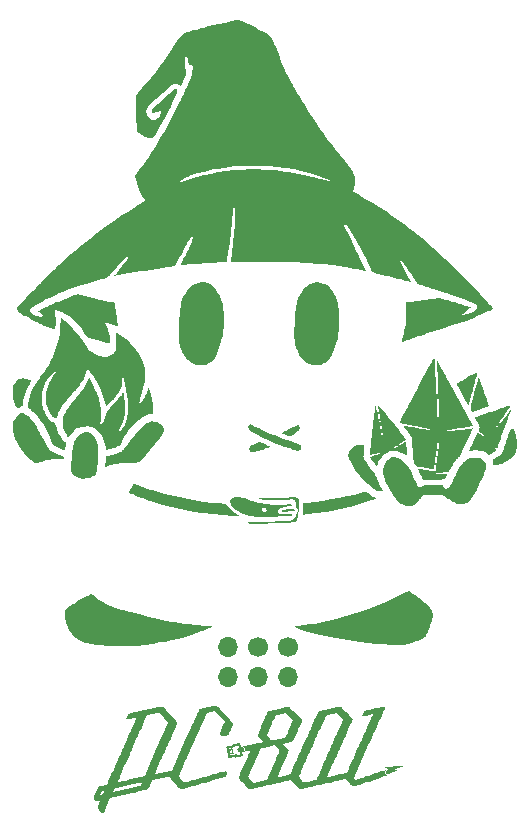
<source format=gbr>
%TF.GenerationSoftware,KiCad,Pcbnew,(6.0.5)*%
%TF.CreationDate,2022-07-11T11:07:48-06:00*%
%TF.ProjectId,MiniMageSpells,4d696e69-4d61-4676-9553-70656c6c732e,1.0*%
%TF.SameCoordinates,PX6e486c0PY7ba4d50*%
%TF.FileFunction,Soldermask,Top*%
%TF.FilePolarity,Negative*%
%FSLAX46Y46*%
G04 Gerber Fmt 4.6, Leading zero omitted, Abs format (unit mm)*
G04 Created by KiCad (PCBNEW (6.0.5)) date 2022-07-11 11:07:48*
%MOMM*%
%LPD*%
G01*
G04 APERTURE LIST*
%ADD10O,1.700000X1.700000*%
%ADD11C,1.700000*%
G04 APERTURE END LIST*
%TO.C,G\u002A\u002A\u002A*%
G36*
X18880277Y34284055D02*
G01*
X18943303Y34264379D01*
X19023220Y34231654D01*
X19126658Y34184705D01*
X19260244Y34122355D01*
X19308868Y34099689D01*
X19446356Y34035833D01*
X19549583Y33987649D01*
X19622535Y33952577D01*
X19669193Y33928052D01*
X19693542Y33911514D01*
X19699564Y33900398D01*
X19691243Y33892144D01*
X19672563Y33884187D01*
X19654802Y33877148D01*
X19536121Y33829127D01*
X19394491Y33774801D01*
X19239219Y33717462D01*
X19079610Y33660400D01*
X18924974Y33606906D01*
X18784616Y33560272D01*
X18667843Y33523786D01*
X18605645Y33506186D01*
X18460406Y33471238D01*
X18345311Y33451779D01*
X18251371Y33447052D01*
X18169600Y33456304D01*
X18129598Y33466187D01*
X18043844Y33511508D01*
X17984050Y33586587D01*
X17955056Y33684455D01*
X17953071Y33720436D01*
X17956804Y33786157D01*
X17973166Y33835232D01*
X18009906Y33885839D01*
X18035901Y33914766D01*
X18133291Y34003608D01*
X18254872Y34083586D01*
X18406781Y34158189D01*
X18586524Y34227878D01*
X18664519Y34255800D01*
X18726263Y34276555D01*
X18778386Y34288966D01*
X18827514Y34291859D01*
X18880277Y34284055D01*
G37*
G36*
X20739761Y6006904D02*
G01*
X20876475Y6039360D01*
X21416642Y6168698D01*
X21454519Y6249139D01*
X21467759Y6278143D01*
X21497281Y6343430D01*
X21542020Y6442626D01*
X21600908Y6573360D01*
X21672880Y6733261D01*
X21756868Y6919957D01*
X21851806Y7131075D01*
X21956627Y7364244D01*
X22070265Y7617092D01*
X22191654Y7887248D01*
X22319726Y8172339D01*
X22453416Y8469994D01*
X22591656Y8777841D01*
X22616500Y8833172D01*
X22755214Y9142051D01*
X22889442Y9440814D01*
X23018127Y9727120D01*
X23140217Y9998629D01*
X23254656Y10252998D01*
X23360389Y10487887D01*
X23456363Y10700954D01*
X23541522Y10889860D01*
X23614812Y11052262D01*
X23675179Y11185820D01*
X23721567Y11288193D01*
X23752923Y11357039D01*
X23768191Y11390018D01*
X23769191Y11392044D01*
X23809487Y11446195D01*
X23850768Y11482045D01*
X23883748Y11494945D01*
X23952673Y11515514D01*
X24052076Y11542473D01*
X24176489Y11574540D01*
X24320446Y11610436D01*
X24478478Y11648882D01*
X24645118Y11688597D01*
X24814899Y11728302D01*
X24982354Y11766716D01*
X25142014Y11802560D01*
X25288413Y11834553D01*
X25416083Y11861417D01*
X25519557Y11881870D01*
X25593367Y11894633D01*
X25629682Y11898488D01*
X25654666Y11897499D01*
X25678743Y11892452D01*
X25705625Y11880224D01*
X25739027Y11857693D01*
X25782660Y11821735D01*
X25840239Y11769229D01*
X25915476Y11697053D01*
X26012084Y11602083D01*
X26133778Y11481197D01*
X26176398Y11438749D01*
X26293057Y11321364D01*
X26401035Y11210496D01*
X26496305Y11110455D01*
X26574839Y11025550D01*
X26632608Y10960091D01*
X26665586Y10918386D01*
X26670642Y10909954D01*
X26692204Y10832031D01*
X26689035Y10783619D01*
X26678726Y10757368D01*
X26652175Y10694838D01*
X26610440Y10598422D01*
X26554578Y10470516D01*
X26485649Y10313515D01*
X26404709Y10129814D01*
X26312817Y9921808D01*
X26211032Y9691894D01*
X26100410Y9442464D01*
X25982011Y9175916D01*
X25856891Y8894644D01*
X25726110Y8601042D01*
X25600820Y8320128D01*
X25466181Y8018375D01*
X25336445Y7727498D01*
X25212647Y7449821D01*
X25095821Y7187672D01*
X24987004Y6943375D01*
X24887229Y6719257D01*
X24797531Y6517643D01*
X24718946Y6340860D01*
X24652507Y6191233D01*
X24599251Y6071089D01*
X24560210Y5982753D01*
X24536421Y5928551D01*
X24528892Y5910790D01*
X24549140Y5914655D01*
X24605343Y5927121D01*
X24692247Y5946948D01*
X24804598Y5972899D01*
X24937140Y6003734D01*
X25084620Y6038214D01*
X25241781Y6075101D01*
X25403371Y6113156D01*
X25564134Y6151140D01*
X25718815Y6187814D01*
X25862160Y6221939D01*
X25988915Y6252277D01*
X26093824Y6277588D01*
X26171634Y6296634D01*
X26217088Y6308176D01*
X26226826Y6311095D01*
X26235759Y6330576D01*
X26260639Y6385949D01*
X26300207Y6474389D01*
X26353207Y6593069D01*
X26418381Y6739164D01*
X26494473Y6909847D01*
X26580225Y7102291D01*
X26674379Y7313671D01*
X26775680Y7541161D01*
X26882868Y7781934D01*
X26994688Y8033165D01*
X27109883Y8292026D01*
X27227194Y8555693D01*
X27345365Y8821338D01*
X27463138Y9086136D01*
X27579257Y9347261D01*
X27692463Y9601885D01*
X27801501Y9847184D01*
X27905113Y10080331D01*
X28002041Y10298499D01*
X28091028Y10498864D01*
X28170818Y10678598D01*
X28240152Y10834875D01*
X28297774Y10964869D01*
X28342427Y11065754D01*
X28372854Y11134705D01*
X28387796Y11168894D01*
X28388163Y11169756D01*
X28416046Y11235436D01*
X28083433Y11153201D01*
X27918994Y11114591D01*
X27790378Y11089562D01*
X27693307Y11078008D01*
X27623507Y11079825D01*
X27576703Y11094905D01*
X27548619Y11123144D01*
X27541060Y11139796D01*
X27533933Y11177207D01*
X27541001Y11220987D01*
X27565154Y11282205D01*
X27593619Y11341048D01*
X27646087Y11431894D01*
X27699454Y11500594D01*
X27731522Y11528649D01*
X27772904Y11546634D01*
X27852873Y11571212D01*
X27972063Y11602543D01*
X28131106Y11640785D01*
X28330636Y11686097D01*
X28557710Y11735717D01*
X28731745Y11773046D01*
X28893027Y11807360D01*
X29036797Y11837668D01*
X29158293Y11862979D01*
X29252756Y11882300D01*
X29315426Y11894640D01*
X29341543Y11899008D01*
X29341656Y11899008D01*
X29378160Y11881017D01*
X29413581Y11840127D01*
X29433896Y11793778D01*
X29434973Y11782939D01*
X29426516Y11759565D01*
X29401769Y11699611D01*
X29361663Y11605206D01*
X29307132Y11478480D01*
X29239107Y11321561D01*
X29158523Y11136578D01*
X29066312Y10925662D01*
X28963406Y10690942D01*
X28850738Y10434546D01*
X28729241Y10158605D01*
X28599849Y9865247D01*
X28463492Y9556601D01*
X28321105Y9234798D01*
X28173620Y8901966D01*
X28119155Y8779176D01*
X26803337Y5813482D01*
X26952442Y5664377D01*
X27404592Y5825740D01*
X27538009Y5872958D01*
X27690935Y5926404D01*
X27859060Y5984629D01*
X28038078Y6046183D01*
X28223679Y6109617D01*
X28411556Y6173480D01*
X28597401Y6236324D01*
X28776906Y6296698D01*
X28945763Y6353153D01*
X29099663Y6404239D01*
X29234298Y6448506D01*
X29345362Y6484506D01*
X29428544Y6510787D01*
X29479538Y6525901D01*
X29494324Y6528934D01*
X29490598Y6507337D01*
X29471840Y6464085D01*
X29468311Y6457138D01*
X29444847Y6397491D01*
X29435052Y6344208D01*
X29435052Y6343952D01*
X29451879Y6275686D01*
X29495345Y6202035D01*
X29555226Y6138495D01*
X29584466Y6117534D01*
X29649609Y6077918D01*
X29579363Y6053202D01*
X29396775Y5989449D01*
X29197816Y5920854D01*
X28986238Y5848648D01*
X28765794Y5774059D01*
X28540236Y5698318D01*
X28313317Y5622653D01*
X28088790Y5548294D01*
X27870408Y5476472D01*
X27661922Y5408414D01*
X27467086Y5345351D01*
X27289651Y5288511D01*
X27133372Y5239126D01*
X27002000Y5198423D01*
X26899287Y5167632D01*
X26828988Y5147984D01*
X26794853Y5140707D01*
X26794163Y5140690D01*
X26763816Y5142035D01*
X26735253Y5148348D01*
X26704605Y5163043D01*
X26668005Y5189535D01*
X26621585Y5231237D01*
X26561476Y5291564D01*
X26483812Y5373930D01*
X26384725Y5481750D01*
X26290218Y5585560D01*
X26223144Y5657577D01*
X26164811Y5716905D01*
X26121881Y5756978D01*
X26101917Y5771153D01*
X26078093Y5767228D01*
X26015998Y5754248D01*
X25918597Y5732889D01*
X25788856Y5703831D01*
X25629739Y5667751D01*
X25444211Y5625326D01*
X25235237Y5577236D01*
X25005782Y5524157D01*
X24758810Y5466768D01*
X24497287Y5405748D01*
X24225873Y5342170D01*
X23951727Y5278007D01*
X23688391Y5216719D01*
X23438917Y5158996D01*
X23206357Y5105529D01*
X22993763Y5057008D01*
X22804187Y5014124D01*
X22640681Y4977567D01*
X22506296Y4948028D01*
X22404085Y4926197D01*
X22337099Y4912765D01*
X22308692Y4908413D01*
X22245677Y4917349D01*
X22198304Y4934893D01*
X22170260Y4958788D01*
X22120092Y5009132D01*
X22053226Y5080180D01*
X21975082Y5166189D01*
X21903983Y5246611D01*
X21817371Y5345686D01*
X21734934Y5439778D01*
X21662970Y5521714D01*
X21607776Y5584323D01*
X21580969Y5614511D01*
X21507684Y5696422D01*
X20710153Y5512291D01*
X20504739Y5464749D01*
X20268472Y5409869D01*
X20011727Y5350073D01*
X19744877Y5287782D01*
X19478300Y5225419D01*
X19222369Y5165405D01*
X18987460Y5110163D01*
X18975388Y5107319D01*
X18781562Y5061847D01*
X18599557Y5019531D01*
X18433696Y4981349D01*
X18288304Y4948280D01*
X18167706Y4921300D01*
X18076224Y4901388D01*
X18018184Y4889521D01*
X17998746Y4886478D01*
X17956185Y4898445D01*
X17902545Y4927872D01*
X17893549Y4934142D01*
X17862534Y4962617D01*
X17809061Y5018043D01*
X17737889Y5094984D01*
X17653779Y5188004D01*
X17561489Y5291664D01*
X17465780Y5400529D01*
X17371411Y5509160D01*
X17283143Y5612122D01*
X17205733Y5703976D01*
X17143943Y5779287D01*
X17102532Y5832617D01*
X17088051Y5854268D01*
X17068501Y5912721D01*
X17063330Y5956633D01*
X17065712Y5964851D01*
X17874804Y5964851D01*
X17885086Y5939895D01*
X17918094Y5890457D01*
X17968105Y5823454D01*
X18029395Y5745802D01*
X18096242Y5664418D01*
X18162924Y5586217D01*
X18223717Y5518117D01*
X18272899Y5467032D01*
X18304747Y5439880D01*
X18311346Y5437270D01*
X18335608Y5441913D01*
X18395468Y5454989D01*
X18485286Y5475217D01*
X18599419Y5501317D01*
X18732226Y5532007D01*
X18863015Y5562487D01*
X19008036Y5596929D01*
X19139542Y5629151D01*
X19251854Y5657681D01*
X19339289Y5681047D01*
X19396169Y5697777D01*
X19416503Y5705907D01*
X19431374Y5731466D01*
X19460874Y5791521D01*
X19503254Y5882064D01*
X19556767Y5999086D01*
X19619666Y6138576D01*
X19690202Y6296526D01*
X19766629Y6468926D01*
X19847198Y6651767D01*
X19930163Y6841039D01*
X20013774Y7032735D01*
X20096285Y7222843D01*
X20175948Y7407355D01*
X20251016Y7582262D01*
X20319740Y7743554D01*
X20380373Y7887222D01*
X20431168Y8009257D01*
X20470376Y8105649D01*
X20496250Y8172389D01*
X20507043Y8205468D01*
X20507174Y8208029D01*
X20488144Y8236569D01*
X20444888Y8287271D01*
X20383797Y8353009D01*
X20311260Y8426659D01*
X20309992Y8427911D01*
X20124464Y8611075D01*
X19536512Y8490040D01*
X19383823Y8458065D01*
X19244482Y8427846D01*
X19123957Y8400654D01*
X19027714Y8377756D01*
X18961221Y8360421D01*
X18929944Y8349918D01*
X18928584Y8348967D01*
X18917324Y8327156D01*
X18890897Y8270620D01*
X18851114Y8183451D01*
X18799783Y8069745D01*
X18738714Y7933594D01*
X18669717Y7779093D01*
X18594600Y7610334D01*
X18515174Y7431413D01*
X18433247Y7246422D01*
X18350630Y7059455D01*
X18269131Y6874606D01*
X18190560Y6695968D01*
X18116727Y6527636D01*
X18049440Y6373703D01*
X17990509Y6238262D01*
X17941744Y6125408D01*
X17904955Y6039234D01*
X17881949Y5983834D01*
X17874804Y5964851D01*
X17065712Y5964851D01*
X17071840Y5985993D01*
X17096321Y6050231D01*
X17135195Y6145658D01*
X17186885Y6268588D01*
X17249815Y6415333D01*
X17322409Y6582205D01*
X17403088Y6765518D01*
X17490278Y6961584D01*
X17550214Y7095273D01*
X17640300Y7295964D01*
X17724736Y7484833D01*
X17801991Y7658397D01*
X17870531Y7813176D01*
X17928822Y7945688D01*
X17975331Y8052452D01*
X18008525Y8129987D01*
X18026871Y8174810D01*
X18030065Y8184852D01*
X18007879Y8183377D01*
X17952671Y8174160D01*
X17872765Y8158721D01*
X17776569Y8138597D01*
X17679811Y8117860D01*
X17599036Y8100892D01*
X17542740Y8089455D01*
X17519464Y8085310D01*
X17522329Y8101099D01*
X17542616Y8140381D01*
X17550801Y8154159D01*
X17584335Y8239123D01*
X17591044Y8329506D01*
X17570401Y8405601D01*
X17537114Y8445214D01*
X17486388Y8485024D01*
X17481558Y8488035D01*
X17441146Y8517723D01*
X17438874Y8535358D01*
X17445837Y8538817D01*
X17472810Y8545124D01*
X17536689Y8558649D01*
X17632807Y8578446D01*
X17756496Y8603568D01*
X17903087Y8633069D01*
X18067914Y8666001D01*
X18246308Y8701418D01*
X18292020Y8710459D01*
X18473471Y8746410D01*
X18642872Y8780150D01*
X18795490Y8810722D01*
X18926595Y8837172D01*
X19031454Y8858543D01*
X19105335Y8873880D01*
X19143507Y8882227D01*
X19146820Y8883082D01*
X19156201Y8892573D01*
X19148923Y8913783D01*
X19121989Y8950448D01*
X19072402Y9006306D01*
X18997164Y9085093D01*
X18929681Y9153815D01*
X18833547Y9252161D01*
X18764124Y9326371D01*
X18717407Y9381496D01*
X18689396Y9422587D01*
X18676088Y9454696D01*
X18675241Y9461672D01*
X19414651Y9461672D01*
X19557714Y9328086D01*
X19665132Y9228075D01*
X19745962Y9153664D01*
X19804343Y9101277D01*
X19844411Y9067340D01*
X19870305Y9048279D01*
X19886162Y9040518D01*
X19891437Y9039758D01*
X19917133Y9043988D01*
X19978526Y9055898D01*
X20069874Y9074318D01*
X20185440Y9098079D01*
X20319484Y9126013D01*
X20449454Y9153390D01*
X20595010Y9184733D01*
X20726976Y9214170D01*
X20839643Y9240344D01*
X20927300Y9261900D01*
X20984236Y9277481D01*
X21004433Y9285212D01*
X21016861Y9308125D01*
X21044324Y9365420D01*
X21084813Y9452693D01*
X21136316Y9565537D01*
X21196824Y9699547D01*
X21264327Y9850317D01*
X21336815Y10013441D01*
X21341300Y10023573D01*
X21660021Y10743737D01*
X21350577Y11053697D01*
X21041134Y11363657D01*
X20606847Y11250853D01*
X20477905Y11217141D01*
X20363630Y11186846D01*
X20270099Y11161612D01*
X20203392Y11143085D01*
X20169587Y11132913D01*
X20166673Y11131654D01*
X20157041Y11111598D01*
X20131899Y11056859D01*
X20093050Y10971425D01*
X20042297Y10859281D01*
X19981441Y10724417D01*
X19912286Y10570818D01*
X19836635Y10402473D01*
X19787718Y10293466D01*
X19414651Y9461672D01*
X18675241Y9461672D01*
X18673338Y9477349D01*
X18681512Y9507067D01*
X18704699Y9570869D01*
X18740902Y9664032D01*
X18788122Y9781839D01*
X18844359Y9919568D01*
X18907614Y10072499D01*
X18975889Y10235912D01*
X19047185Y10405087D01*
X19119503Y10575305D01*
X19190843Y10741844D01*
X19259208Y10899986D01*
X19322597Y11045009D01*
X19379013Y11172193D01*
X19426456Y11276820D01*
X19462927Y11354168D01*
X19486427Y11399517D01*
X19489411Y11404357D01*
X19532592Y11454009D01*
X19572766Y11486748D01*
X19604965Y11499073D01*
X19673013Y11518926D01*
X19771318Y11545020D01*
X19894288Y11576068D01*
X20036330Y11610782D01*
X20191851Y11647875D01*
X20355261Y11686059D01*
X20520966Y11724047D01*
X20683374Y11760552D01*
X20836893Y11794286D01*
X20975931Y11823962D01*
X21094895Y11848292D01*
X21188193Y11865990D01*
X21250233Y11875767D01*
X21269307Y11877303D01*
X21291549Y11875508D01*
X21315488Y11868185D01*
X21344569Y11852425D01*
X21382234Y11825322D01*
X21431926Y11783969D01*
X21497089Y11725457D01*
X21581165Y11646879D01*
X21687598Y11545328D01*
X21819830Y11417896D01*
X21864529Y11374685D01*
X21988160Y11254619D01*
X22102404Y11142716D01*
X22203575Y11042659D01*
X22287986Y10958134D01*
X22351952Y10892824D01*
X22391787Y10850413D01*
X22403595Y10835877D01*
X22417877Y10788345D01*
X22422963Y10735797D01*
X22414468Y10701426D01*
X22390446Y10633773D01*
X22353094Y10537834D01*
X22304604Y10418610D01*
X22247174Y10281098D01*
X22182997Y10130299D01*
X22114269Y9971210D01*
X22043186Y9808830D01*
X21971941Y9648159D01*
X21902730Y9494194D01*
X21837748Y9351935D01*
X21779191Y9226380D01*
X21729252Y9122528D01*
X21690129Y9045379D01*
X21664014Y8999929D01*
X21656695Y8990799D01*
X21630903Y8972709D01*
X21594235Y8954989D01*
X21541409Y8936069D01*
X21467144Y8914380D01*
X21366157Y8888354D01*
X21233168Y8856421D01*
X21101818Y8825942D01*
X20808112Y8758425D01*
X20965264Y8596638D01*
X21080689Y8476459D01*
X21168322Y8381814D01*
X21231126Y8309090D01*
X21272060Y8254676D01*
X21294085Y8214960D01*
X21300194Y8188035D01*
X21291819Y8160527D01*
X21267718Y8097939D01*
X21229423Y8003888D01*
X21178466Y7881987D01*
X21116383Y7735851D01*
X21044705Y7569096D01*
X20964965Y7385336D01*
X20878697Y7188186D01*
X20810051Y7032390D01*
X20720324Y6828921D01*
X20636182Y6637289D01*
X20559116Y6460945D01*
X20490618Y6303342D01*
X20432178Y6167931D01*
X20385287Y6058165D01*
X20351437Y5977494D01*
X20332117Y5929371D01*
X20328108Y5916638D01*
X20350055Y5919598D01*
X20407684Y5931333D01*
X20495504Y5950615D01*
X20606356Y5975834D01*
X22163223Y5975834D01*
X22174573Y5953034D01*
X22208401Y5905548D01*
X22258941Y5840273D01*
X22320425Y5764103D01*
X22387087Y5683935D01*
X22453161Y5606664D01*
X22512881Y5539186D01*
X22560480Y5488396D01*
X22590191Y5461190D01*
X22595873Y5458454D01*
X22620510Y5463108D01*
X22680533Y5476184D01*
X22770099Y5496357D01*
X22883362Y5522301D01*
X23014477Y5552691D01*
X23116531Y5576551D01*
X23256695Y5609877D01*
X23382927Y5640733D01*
X23489431Y5667632D01*
X23570410Y5689088D01*
X23620067Y5703617D01*
X23633170Y5708953D01*
X23642960Y5729377D01*
X23668689Y5785768D01*
X23709127Y5875357D01*
X23763042Y5995378D01*
X23829204Y6143063D01*
X23906383Y6315644D01*
X23993349Y6510354D01*
X24088870Y6724425D01*
X24191717Y6955091D01*
X24300658Y7199583D01*
X24414464Y7455134D01*
X24531904Y7718976D01*
X24651747Y7988342D01*
X24772762Y8260465D01*
X24893721Y8532576D01*
X25013391Y8801909D01*
X25130542Y9065696D01*
X25243944Y9321170D01*
X25352367Y9565562D01*
X25454579Y9796106D01*
X25549351Y10010033D01*
X25635452Y10204577D01*
X25711651Y10376970D01*
X25776718Y10524444D01*
X25829422Y10644233D01*
X25868533Y10733567D01*
X25892821Y10789681D01*
X25900998Y10809522D01*
X25889161Y10831549D01*
X25852125Y10878373D01*
X25794496Y10944677D01*
X25720875Y11025143D01*
X25646890Y11103058D01*
X25385997Y11373383D01*
X24926623Y11263917D01*
X24792805Y11231538D01*
X24672961Y11201607D01*
X24573207Y11175726D01*
X24499661Y11155500D01*
X24458437Y11142533D01*
X24452003Y11139438D01*
X24441959Y11118852D01*
X24416023Y11062261D01*
X24375418Y10972419D01*
X24321362Y10852082D01*
X24255078Y10704002D01*
X24177786Y10530934D01*
X24090706Y10335634D01*
X23995061Y10120854D01*
X23892070Y9889349D01*
X23782954Y9643874D01*
X23668935Y9387183D01*
X23551233Y9122030D01*
X23431069Y8851169D01*
X23309663Y8577355D01*
X23188238Y8303342D01*
X23068013Y8031884D01*
X22950209Y7765736D01*
X22836048Y7507652D01*
X22726749Y7260386D01*
X22623535Y7026693D01*
X22527626Y6809327D01*
X22440242Y6611041D01*
X22362604Y6434591D01*
X22295935Y6282731D01*
X22241453Y6158215D01*
X22200380Y6063797D01*
X22173937Y6002232D01*
X22163345Y5976274D01*
X22163223Y5975834D01*
X20606356Y5975834D01*
X20608026Y5976214D01*
X20739761Y6006904D01*
G37*
G36*
X27484855Y34046033D02*
G01*
X27581514Y34044208D01*
X27654882Y34041463D01*
X27697367Y34038039D01*
X27704703Y34036102D01*
X27705398Y34012927D01*
X27701642Y33953730D01*
X27693978Y33864561D01*
X27682950Y33751472D01*
X27669100Y33620513D01*
X27660417Y33542537D01*
X27642921Y33386125D01*
X27630254Y33265529D01*
X27622184Y33174500D01*
X27618479Y33106790D01*
X27618905Y33056150D01*
X27623232Y33016331D01*
X27631226Y32981084D01*
X27638639Y32956540D01*
X27665834Y32895790D01*
X27718374Y32804656D01*
X27796523Y32682751D01*
X27900544Y32529688D01*
X28030700Y32345079D01*
X28187254Y32128535D01*
X28370471Y31879671D01*
X28371879Y31877774D01*
X28479281Y31731928D01*
X28564614Y31612849D01*
X28631806Y31513846D01*
X28684786Y31428232D01*
X28727482Y31349319D01*
X28763824Y31270417D01*
X28797740Y31184838D01*
X28827518Y31102074D01*
X28865938Y30993348D01*
X28898329Y30905822D01*
X28929133Y30829538D01*
X28962788Y30754541D01*
X29003736Y30670872D01*
X29056417Y30568574D01*
X29115759Y30455707D01*
X29167022Y30356881D01*
X29209421Y30271852D01*
X29239751Y30207318D01*
X29254804Y30169978D01*
X29255575Y30163572D01*
X29224347Y30153613D01*
X29162010Y30147610D01*
X29079625Y30145406D01*
X28988253Y30146850D01*
X28898953Y30151785D01*
X28822786Y30160058D01*
X28774440Y30170283D01*
X28697521Y30206140D01*
X28611656Y30263422D01*
X28562597Y30304005D01*
X28496081Y30359740D01*
X28407421Y30428074D01*
X28310163Y30498772D01*
X28248651Y30541212D01*
X28144308Y30618834D01*
X28019909Y30723501D01*
X27881691Y30849031D01*
X27735887Y30989243D01*
X27588734Y31137956D01*
X27446466Y31288990D01*
X27315318Y31436163D01*
X27201527Y31573294D01*
X27180676Y31599906D01*
X26935937Y31935451D01*
X26725528Y32265246D01*
X26551311Y32586170D01*
X26428221Y32861761D01*
X26388671Y32963385D01*
X26363148Y33038270D01*
X26349061Y33098650D01*
X26343817Y33156759D01*
X26344827Y33224831D01*
X26346007Y33249917D01*
X26358335Y33365913D01*
X26381096Y33462162D01*
X26394376Y33495902D01*
X26444141Y33574640D01*
X26521174Y33665852D01*
X26616101Y33760739D01*
X26719550Y33850500D01*
X26822147Y33926338D01*
X26904197Y33974525D01*
X27050742Y34046695D01*
X27372503Y34046695D01*
X27484855Y34046033D01*
G37*
G36*
X9921593Y36025217D02*
G01*
X10131789Y35972754D01*
X10345332Y35878798D01*
X10424755Y35833690D01*
X10548806Y35745303D01*
X10634905Y35649021D01*
X10687467Y35537097D01*
X10710909Y35401781D01*
X10713122Y35327750D01*
X10708152Y35260412D01*
X10692396Y35190040D01*
X10663621Y35112784D01*
X10619595Y35024794D01*
X10558085Y34922220D01*
X10476858Y34801213D01*
X10373682Y34657921D01*
X10246324Y34488496D01*
X10164959Y34382516D01*
X9941238Y34095050D01*
X9738462Y33839529D01*
X9553932Y33612740D01*
X9384948Y33411472D01*
X9228812Y33232510D01*
X9082824Y33072643D01*
X8944286Y32928657D01*
X8939143Y32923467D01*
X8829751Y32814880D01*
X8742366Y32732602D01*
X8670702Y32671402D01*
X8608475Y32626051D01*
X8549402Y32591318D01*
X8525967Y32579571D01*
X8335529Y32509606D01*
X8142440Y32480923D01*
X7961003Y32492089D01*
X7815974Y32512424D01*
X7674463Y32523801D01*
X7527304Y32526113D01*
X7365331Y32519256D01*
X7179380Y32503125D01*
X6986403Y32480897D01*
X6730149Y32445988D01*
X6508438Y32409007D01*
X6313449Y32368285D01*
X6137360Y32322152D01*
X5972348Y32268940D01*
X5941980Y32258029D01*
X5861987Y32229201D01*
X5798307Y32206938D01*
X5760477Y32194544D01*
X5754398Y32193067D01*
X5751344Y32212331D01*
X5752459Y32262906D01*
X5757495Y32333963D01*
X5757682Y32336061D01*
X5763595Y32412121D01*
X5770522Y32517344D01*
X5777651Y32638566D01*
X5784172Y32762621D01*
X5784949Y32778606D01*
X5799352Y33078157D01*
X6077004Y33136825D01*
X6197613Y33163656D01*
X6319471Y33193069D01*
X6428194Y33221461D01*
X6507954Y33244764D01*
X6596550Y33277259D01*
X6704780Y33323030D01*
X6823342Y33377478D01*
X6942932Y33436005D01*
X7054248Y33494010D01*
X7147987Y33546895D01*
X7214845Y33590060D01*
X7229574Y33601514D01*
X7266581Y33639991D01*
X7320186Y33705149D01*
X7383601Y33788338D01*
X7450042Y33880911D01*
X7459393Y33894410D01*
X7649621Y34162990D01*
X7844370Y34424113D01*
X8040924Y34674802D01*
X8236565Y34912079D01*
X8428576Y35132969D01*
X8614240Y35334492D01*
X8790838Y35513673D01*
X8955655Y35667533D01*
X9105972Y35793095D01*
X9239072Y35887383D01*
X9319876Y35932856D01*
X9514756Y36005347D01*
X9715622Y36036107D01*
X9921593Y36025217D01*
G37*
G36*
X18053975Y35789099D02*
G01*
X18072259Y35786727D01*
X18138735Y35768312D01*
X18236681Y35727711D01*
X18362506Y35666523D01*
X18467929Y35610842D01*
X18748765Y35464066D01*
X19059143Y35311925D01*
X19391853Y35157391D01*
X19739681Y35003434D01*
X20095417Y34853025D01*
X20451849Y34709134D01*
X20801766Y34574733D01*
X21137956Y34452791D01*
X21453208Y34346281D01*
X21740310Y34258172D01*
X21776841Y34247758D01*
X21928881Y34203648D01*
X22045972Y34166298D01*
X22134440Y34132904D01*
X22200610Y34100663D01*
X22250809Y34066771D01*
X22291362Y34028424D01*
X22303784Y34014222D01*
X22342400Y33954792D01*
X22357978Y33886828D01*
X22359410Y33846675D01*
X22341426Y33743107D01*
X22290534Y33661744D01*
X22211328Y33605072D01*
X22108399Y33575577D01*
X21986341Y33575743D01*
X21893355Y33594455D01*
X21803632Y33620490D01*
X21681805Y33657457D01*
X21535925Y33702775D01*
X21374045Y33753861D01*
X21204216Y33808133D01*
X21034490Y33863011D01*
X20872919Y33915912D01*
X20727554Y33964255D01*
X20606447Y34005458D01*
X20551742Y34024622D01*
X20026287Y34222059D01*
X19539088Y34426751D01*
X19091097Y34638250D01*
X18683263Y34856109D01*
X18334389Y35068229D01*
X18189638Y35165521D01*
X18077860Y35248467D01*
X17994034Y35321470D01*
X17933141Y35388931D01*
X17890158Y35455255D01*
X17887723Y35459904D01*
X17851611Y35558023D01*
X17853811Y35642012D01*
X17894748Y35716701D01*
X17911802Y35735206D01*
X17957001Y35775234D01*
X17997562Y35791005D01*
X18053975Y35789099D01*
G37*
G36*
X8166705Y30755915D02*
G01*
X8223423Y30740365D01*
X8307324Y30713471D01*
X8412253Y30677227D01*
X8532053Y30633625D01*
X8559183Y30623473D01*
X9311011Y30355021D01*
X10070230Y30112739D01*
X10841346Y29895581D01*
X11628863Y29702502D01*
X12437287Y29532459D01*
X13271122Y29384406D01*
X14134874Y29257299D01*
X14807200Y29174842D01*
X14966040Y29157431D01*
X15131918Y29140114D01*
X15292803Y29124088D01*
X15436664Y29110549D01*
X15551469Y29100692D01*
X15559243Y29100082D01*
X15715037Y29086442D01*
X15835863Y29070685D01*
X15929107Y29049606D01*
X16002155Y29019999D01*
X16062395Y28978658D01*
X16117212Y28922378D01*
X16173993Y28847951D01*
X16188898Y28826797D01*
X16298909Y28683834D01*
X16424363Y28544899D01*
X16552744Y28423229D01*
X16627971Y28362528D01*
X16687702Y28322573D01*
X16774135Y28270471D01*
X16875969Y28212801D01*
X16981898Y28156141D01*
X16988105Y28152934D01*
X17243397Y28021309D01*
X16989185Y28024451D01*
X16875992Y28026266D01*
X16765688Y28028755D01*
X16672300Y28031563D01*
X16618459Y28033839D01*
X15733677Y28091463D01*
X14883455Y28167930D01*
X14064078Y28263911D01*
X13271832Y28380078D01*
X12503002Y28517102D01*
X11753875Y28675653D01*
X11020736Y28856404D01*
X10299870Y29060025D01*
X9587564Y29287188D01*
X9479343Y29323980D01*
X9307804Y29384179D01*
X9127345Y29450036D01*
X8942217Y29519782D01*
X8756672Y29591649D01*
X8574961Y29663868D01*
X8401336Y29734672D01*
X8240047Y29802292D01*
X8095346Y29864960D01*
X7971485Y29920907D01*
X7872713Y29968365D01*
X7803284Y30005566D01*
X7767448Y30030741D01*
X7763413Y30037724D01*
X7772908Y30061306D01*
X7798851Y30114869D01*
X7837430Y30191183D01*
X7884833Y30283021D01*
X7937247Y30383152D01*
X7990859Y30484348D01*
X8041857Y30579379D01*
X8086430Y30661017D01*
X8120764Y30722032D01*
X8141047Y30755195D01*
X8143328Y30758127D01*
X8166705Y30755915D01*
G37*
G36*
X24048273Y47790727D02*
G01*
X24283899Y47714970D01*
X24382512Y47670312D01*
X24542168Y47580788D01*
X24682815Y47477248D01*
X24809338Y47354201D01*
X24926623Y47206152D01*
X25039553Y47027607D01*
X25153015Y46813073D01*
X25163125Y46792417D01*
X25272412Y46552660D01*
X25362923Y46318379D01*
X25435956Y46082942D01*
X25492806Y45839719D01*
X25534772Y45582080D01*
X25563148Y45303396D01*
X25579233Y44997035D01*
X25584323Y44656367D01*
X25584313Y44638855D01*
X25574394Y44196807D01*
X25544931Y43784798D01*
X25494667Y43394649D01*
X25422348Y43018182D01*
X25326720Y42647219D01*
X25233283Y42350948D01*
X25144472Y42098631D01*
X25061415Y41883414D01*
X24981603Y41700840D01*
X24902529Y41546455D01*
X24821684Y41415802D01*
X24736561Y41304426D01*
X24644651Y41207870D01*
X24543446Y41121680D01*
X24539691Y41118787D01*
X24405961Y41028766D01*
X24252714Y40946016D01*
X24097875Y40879541D01*
X24001195Y40848328D01*
X23866354Y40821880D01*
X23710065Y40806659D01*
X23548732Y40803162D01*
X23398762Y40811889D01*
X23302112Y40827085D01*
X23086333Y40894637D01*
X22875388Y40999105D01*
X22678865Y41135303D01*
X22591328Y41211498D01*
X22373541Y41442091D01*
X22190350Y41693415D01*
X22040459Y41967885D01*
X21922571Y42267913D01*
X21835387Y42595911D01*
X21828259Y42630586D01*
X21806762Y42770112D01*
X21790128Y42946100D01*
X21778350Y43152925D01*
X21771423Y43384961D01*
X21769338Y43636583D01*
X21772091Y43902164D01*
X21779673Y44176080D01*
X21792079Y44452705D01*
X21809302Y44726413D01*
X21831036Y44988396D01*
X21845578Y45131153D01*
X21863634Y45289734D01*
X21884270Y45457524D01*
X21906551Y45627903D01*
X21929545Y45794256D01*
X21952316Y45949963D01*
X21973931Y46088407D01*
X21993456Y46202972D01*
X22009957Y46287039D01*
X22019844Y46326276D01*
X22050862Y46405544D01*
X22101343Y46511264D01*
X22166510Y46635143D01*
X22241583Y46768884D01*
X22321785Y46904193D01*
X22402338Y47032773D01*
X22478463Y47146331D01*
X22541058Y47231137D01*
X22716550Y47421986D01*
X22911172Y47577263D01*
X23121411Y47696129D01*
X23343754Y47777746D01*
X23574688Y47821277D01*
X23810699Y47825883D01*
X24048273Y47790727D01*
G37*
G36*
X8340398Y56602709D02*
G01*
X8316713Y56698717D01*
X8300229Y56774930D01*
X8293201Y56821580D01*
X8293100Y56825032D01*
X8297155Y56861588D01*
X8311302Y56902848D01*
X8338658Y56953544D01*
X8382344Y57018407D01*
X8445478Y57102170D01*
X8531178Y57209566D01*
X8609971Y57305837D01*
X8816791Y57563533D01*
X9019173Y57829730D01*
X9220830Y58109813D01*
X9425474Y58409165D01*
X9636817Y58733173D01*
X9858572Y59087220D01*
X10012926Y59340773D01*
X10403469Y60000038D01*
X10788269Y60671751D01*
X11162056Y61346327D01*
X11519564Y62014181D01*
X11855526Y62665729D01*
X12009086Y62972897D01*
X12143116Y63247257D01*
X12274663Y63522907D01*
X12402012Y63795894D01*
X12523449Y64062267D01*
X12637259Y64318073D01*
X12741727Y64559359D01*
X12835139Y64782175D01*
X12915780Y64982566D01*
X12981934Y65156583D01*
X13031889Y65300271D01*
X13060547Y65396426D01*
X13103200Y65570725D01*
X13136716Y65731955D01*
X13160297Y65874534D01*
X13173147Y65992882D01*
X13174468Y66081420D01*
X13165424Y66130327D01*
X13119905Y66188403D01*
X13046804Y66220545D01*
X12954456Y66223292D01*
X12944927Y66221889D01*
X12917132Y66217482D01*
X12895715Y66218050D01*
X12878386Y66228818D01*
X12862853Y66255015D01*
X12846825Y66301867D01*
X12828010Y66374600D01*
X12804118Y66478443D01*
X12774764Y66610071D01*
X12740213Y66750797D01*
X12704337Y66871373D01*
X12669081Y66966700D01*
X12636390Y67031679D01*
X12608209Y67061210D01*
X12602202Y67062458D01*
X12579247Y67044053D01*
X12556959Y66998323D01*
X12552184Y66983017D01*
X12543121Y66925941D01*
X12536565Y66834350D01*
X12532453Y66716018D01*
X12530717Y66578720D01*
X12531293Y66430231D01*
X12534116Y66278325D01*
X12539121Y66130777D01*
X12546243Y65995362D01*
X12555416Y65879855D01*
X12561899Y65823175D01*
X12574832Y65719711D01*
X12585183Y65623923D01*
X12591681Y65548365D01*
X12593262Y65513241D01*
X12583252Y65458896D01*
X12553163Y65367745D01*
X12503151Y65240204D01*
X12433372Y65076692D01*
X12410972Y65026002D01*
X12353766Y64897263D01*
X12299857Y64775775D01*
X12252554Y64669003D01*
X12215164Y64584415D01*
X12190992Y64529477D01*
X12187866Y64522315D01*
X12147226Y64428960D01*
X12089640Y64482824D01*
X11998325Y64552152D01*
X11899428Y64591104D01*
X11778902Y64604865D01*
X11758450Y64605077D01*
X11595022Y64588613D01*
X11444588Y64541568D01*
X11349833Y64489731D01*
X11314637Y64462651D01*
X11251177Y64410464D01*
X11162906Y64336151D01*
X11053278Y64242697D01*
X10925746Y64133085D01*
X10783764Y64010298D01*
X10630785Y63877318D01*
X10470262Y63737131D01*
X10305649Y63592717D01*
X10140399Y63447062D01*
X10041090Y63359169D01*
X9833018Y63169308D01*
X9659031Y62998583D01*
X9516781Y62844506D01*
X9403919Y62704589D01*
X9349183Y62626174D01*
X9273557Y62489983D01*
X9235586Y62366094D01*
X9235040Y62247838D01*
X9271689Y62128546D01*
X9328542Y62026492D01*
X9383797Y61940973D01*
X9442596Y61848808D01*
X9478672Y61791551D01*
X9530249Y61720742D01*
X9588580Y61657592D01*
X9625006Y61627373D01*
X9722587Y61585240D01*
X9833386Y61577446D01*
X9951117Y61600717D01*
X10069492Y61651779D01*
X10182224Y61727359D01*
X10283024Y61824185D01*
X10365607Y61938983D01*
X10412801Y62037502D01*
X10440513Y62120960D01*
X10460694Y62202326D01*
X10471812Y62272048D01*
X10472334Y62320572D01*
X10461079Y62338354D01*
X10435256Y62331908D01*
X10376643Y62314113D01*
X10292557Y62287285D01*
X10190313Y62253743D01*
X10124671Y62231821D01*
X9807700Y62125287D01*
X9738851Y62199733D01*
X9697814Y62251546D01*
X9673222Y62296960D01*
X9670081Y62311563D01*
X9684775Y62366488D01*
X9729628Y62441021D01*
X9806087Y62537303D01*
X9873502Y62612653D01*
X9919304Y62659391D01*
X9990091Y62727998D01*
X10082283Y62815240D01*
X10192299Y62917885D01*
X10316556Y63032699D01*
X10451475Y63156451D01*
X10593475Y63285907D01*
X10738975Y63417834D01*
X10884393Y63549000D01*
X11026149Y63676172D01*
X11160662Y63796117D01*
X11284351Y63905601D01*
X11393635Y64001394D01*
X11484933Y64080260D01*
X11554665Y64138969D01*
X11599248Y64174286D01*
X11613196Y64183226D01*
X11694976Y64204564D01*
X11756286Y64196032D01*
X11799915Y64154825D01*
X11828648Y64078135D01*
X11845274Y63963157D01*
X11846460Y63948363D01*
X11856837Y63810665D01*
X11516573Y63132766D01*
X11283541Y62673651D01*
X11044911Y62213332D01*
X10804689Y61759272D01*
X10566880Y61318933D01*
X10335490Y60899777D01*
X10114523Y60509266D01*
X10027059Y60357772D01*
X9891733Y60124896D01*
X9701426Y60067811D01*
X9610122Y60042222D01*
X9527476Y60022243D01*
X9466477Y60010889D01*
X9449867Y60009403D01*
X9405874Y60019966D01*
X9333336Y60050261D01*
X9238894Y60096411D01*
X9129184Y60154540D01*
X9010845Y60220772D01*
X8890517Y60291230D01*
X8774836Y60362038D01*
X8670441Y60429320D01*
X8583972Y60489200D01*
X8522065Y60537802D01*
X8493316Y60567950D01*
X8478105Y60604144D01*
X8463508Y60666549D01*
X8449331Y60757247D01*
X8435380Y60878318D01*
X8421462Y61031842D01*
X8407383Y61219899D01*
X8392950Y61444569D01*
X8377970Y61707934D01*
X8366069Y61935852D01*
X8350168Y62270953D01*
X8338479Y62565335D01*
X8331000Y62820436D01*
X8327729Y63037694D01*
X8328665Y63218549D01*
X8333807Y63364440D01*
X8343151Y63476805D01*
X8356698Y63557083D01*
X8364193Y63583206D01*
X8389527Y63646557D01*
X8424640Y63715143D01*
X8471896Y63792019D01*
X8533660Y63880240D01*
X8612296Y63982858D01*
X8710169Y64102929D01*
X8829643Y64243506D01*
X8973084Y64407642D01*
X9142854Y64598393D01*
X9196373Y64658037D01*
X9632838Y65154971D01*
X10036880Y65639082D01*
X10413599Y66117224D01*
X10768094Y66596250D01*
X11105464Y67083014D01*
X11430808Y67584371D01*
X11696091Y68017704D01*
X11822905Y68226210D01*
X11936622Y68401304D01*
X12042904Y68547145D01*
X12147410Y68667892D01*
X12255804Y68767702D01*
X12373746Y68850736D01*
X12506896Y68921150D01*
X12660917Y68983104D01*
X12841470Y69040757D01*
X13054215Y69098266D01*
X13224585Y69140485D01*
X13358071Y69173712D01*
X13522480Y69216041D01*
X13708015Y69264868D01*
X13904879Y69317587D01*
X14103276Y69371592D01*
X14293408Y69424278D01*
X14326169Y69433468D01*
X14491806Y69480016D01*
X14647820Y69523833D01*
X14788622Y69563350D01*
X14908620Y69597000D01*
X15002223Y69623215D01*
X15063841Y69640426D01*
X15082596Y69645631D01*
X15132052Y69656573D01*
X15214315Y69671820D01*
X15320234Y69689799D01*
X15440657Y69708937D01*
X15523671Y69721445D01*
X15678067Y69745081D01*
X15813230Y69768235D01*
X15939034Y69793175D01*
X16065349Y69822173D01*
X16202046Y69857499D01*
X16358997Y69901422D01*
X16546074Y69956214D01*
X16551573Y69957847D01*
X16691616Y69998358D01*
X16802133Y70025582D01*
X16893932Y70039206D01*
X16977819Y70038915D01*
X17064602Y70024398D01*
X17165089Y69995340D01*
X17290086Y69951428D01*
X17334431Y69935145D01*
X17407513Y69907630D01*
X17479439Y69879095D01*
X17553868Y69847745D01*
X17634459Y69811782D01*
X17724869Y69769412D01*
X17828758Y69718838D01*
X17949783Y69658264D01*
X18091604Y69585895D01*
X18257880Y69499934D01*
X18452267Y69398586D01*
X18678426Y69280054D01*
X18813516Y69209077D01*
X19044126Y69086827D01*
X19237014Y68982368D01*
X19392756Y68895372D01*
X19511929Y68825510D01*
X19595110Y68772453D01*
X19642873Y68735871D01*
X19643918Y68734879D01*
X19706607Y68665103D01*
X19773104Y68571496D01*
X19845580Y68450328D01*
X19926203Y68297870D01*
X20017144Y68110393D01*
X20056168Y68026344D01*
X20171370Y67772193D01*
X20270500Y67545305D01*
X20357615Y67335660D01*
X20436771Y67133237D01*
X20512024Y66928017D01*
X20579275Y66734101D01*
X20729702Y66312911D01*
X20883426Y65928570D01*
X21043043Y65575563D01*
X21211149Y65248376D01*
X21390341Y64941494D01*
X21511929Y64753367D01*
X21560062Y64677838D01*
X21622570Y64574037D01*
X21694095Y64451183D01*
X21769275Y64318495D01*
X21842750Y64185191D01*
X21849416Y64172889D01*
X22016876Y63870453D01*
X22206290Y63541182D01*
X22413612Y63191695D01*
X22634796Y62828613D01*
X22865799Y62458554D01*
X23102573Y62088138D01*
X23341076Y61723985D01*
X23400664Y61634451D01*
X23690608Y61205984D01*
X23977572Y60794012D01*
X24267660Y60390234D01*
X24566977Y59986350D01*
X24881630Y59574060D01*
X25217723Y59145064D01*
X25399418Y58917087D01*
X25638221Y58618161D01*
X25851011Y58349910D01*
X26039079Y58110606D01*
X26203714Y57898525D01*
X26346205Y57711940D01*
X26467841Y57549127D01*
X26569913Y57408358D01*
X26653709Y57287909D01*
X26720518Y57186054D01*
X26771631Y57101067D01*
X26808053Y57031816D01*
X26847822Y56937038D01*
X26884265Y56831182D01*
X26902580Y56765010D01*
X26928390Y56598394D01*
X26933917Y56414551D01*
X26920692Y56223426D01*
X26890246Y56034959D01*
X26844109Y55859096D01*
X26783813Y55705778D01*
X26723491Y55601897D01*
X26681815Y55543367D01*
X27131580Y55282377D01*
X27776594Y54903165D01*
X28386170Y54534371D01*
X28964999Y54172826D01*
X29517772Y53815360D01*
X30049181Y53458801D01*
X30563918Y53099980D01*
X31066673Y52735725D01*
X31562139Y52362867D01*
X32055006Y51978235D01*
X32241895Y51828888D01*
X32569187Y51562562D01*
X32893489Y51292148D01*
X33217289Y51015300D01*
X33543078Y50729676D01*
X33873344Y50432930D01*
X34210578Y50122719D01*
X34557269Y49796698D01*
X34915905Y49452525D01*
X35288978Y49087853D01*
X35678976Y48700341D01*
X36088389Y48287643D01*
X36519706Y47847416D01*
X36975417Y47377315D01*
X37031968Y47318671D01*
X37273413Y47068117D01*
X37487147Y46846192D01*
X37674896Y46651053D01*
X37838389Y46480860D01*
X37979351Y46333769D01*
X38099510Y46207939D01*
X38200592Y46101526D01*
X38284324Y46012690D01*
X38352434Y45939587D01*
X38406647Y45880375D01*
X38448692Y45833212D01*
X38480295Y45796257D01*
X38503182Y45767666D01*
X38519081Y45745597D01*
X38529718Y45728208D01*
X38536821Y45713658D01*
X38537108Y45712987D01*
X38552305Y45669965D01*
X38556702Y45631243D01*
X38547113Y45594503D01*
X38520355Y45557421D01*
X38473245Y45517677D01*
X38402597Y45472950D01*
X38305228Y45420918D01*
X38177953Y45359260D01*
X38017590Y45285654D01*
X37845148Y45208524D01*
X37618083Y45108676D01*
X37399291Y45014798D01*
X37184364Y44925266D01*
X36968894Y44838457D01*
X36748472Y44752747D01*
X36518690Y44666511D01*
X36275139Y44578127D01*
X36013411Y44485969D01*
X35729097Y44388415D01*
X35417790Y44283840D01*
X35075079Y44170621D01*
X34696558Y44047134D01*
X34660061Y44035291D01*
X34439251Y43963281D01*
X34186224Y43880089D01*
X33908821Y43788332D01*
X33614884Y43690625D01*
X33312254Y43589585D01*
X33008774Y43487827D01*
X32712283Y43387968D01*
X32430625Y43292622D01*
X32266232Y43236700D01*
X32037434Y43158728D01*
X31819891Y43084645D01*
X31617014Y43015609D01*
X31432210Y42952776D01*
X31268889Y42897305D01*
X31130458Y42850352D01*
X31020327Y42813076D01*
X30941903Y42786632D01*
X30898596Y42772179D01*
X30891395Y42769873D01*
X30870614Y42768522D01*
X30859039Y42782063D01*
X30857277Y42814943D01*
X30865935Y42871603D01*
X30885622Y42956489D01*
X30916943Y43074043D01*
X30948188Y43185450D01*
X31025812Y43471156D01*
X31090156Y43737608D01*
X31142262Y43992903D01*
X31183172Y44245135D01*
X31213925Y44502401D01*
X31235564Y44772797D01*
X31249130Y45064419D01*
X31255663Y45385362D01*
X31256638Y45584116D01*
X31256824Y46126875D01*
X31410411Y46141653D01*
X31524534Y46153498D01*
X31664624Y46169440D01*
X31826011Y46188838D01*
X32004027Y46211050D01*
X32194001Y46235434D01*
X32391265Y46261347D01*
X32591149Y46288149D01*
X32788983Y46315196D01*
X32980098Y46341848D01*
X33159825Y46367462D01*
X33323494Y46391397D01*
X33466437Y46413010D01*
X33583983Y46431659D01*
X33671463Y46446704D01*
X33724208Y46457500D01*
X33736884Y46461479D01*
X33799063Y46484705D01*
X33876410Y46502388D01*
X33900707Y46505764D01*
X33922043Y46508222D01*
X33941770Y46509896D01*
X33962999Y46509939D01*
X33988844Y46507500D01*
X34022415Y46501731D01*
X34066827Y46491783D01*
X34125190Y46476806D01*
X34200616Y46455953D01*
X34296219Y46428373D01*
X34415110Y46393219D01*
X34560402Y46349640D01*
X34735206Y46296788D01*
X34942635Y46233814D01*
X35185801Y46159869D01*
X35334806Y46114548D01*
X35532567Y46054716D01*
X35725705Y45996868D01*
X35908768Y45942596D01*
X36076307Y45893492D01*
X36222870Y45851148D01*
X36343007Y45817153D01*
X36431267Y45793102D01*
X36465763Y45784320D01*
X36556699Y45761686D01*
X36631255Y45741908D01*
X36680473Y45727436D01*
X36695494Y45721426D01*
X36682340Y45706181D01*
X36640228Y45668473D01*
X36573544Y45611976D01*
X36486675Y45540362D01*
X36384010Y45457306D01*
X36300515Y45390692D01*
X36188986Y45301079D01*
X36090202Y45219519D01*
X36008534Y45149805D01*
X35948358Y45095728D01*
X35914046Y45061080D01*
X35907857Y45050211D01*
X35942536Y45033838D01*
X36013818Y45036133D01*
X36120427Y45056778D01*
X36261090Y45095457D01*
X36434532Y45151851D01*
X36639479Y45225644D01*
X36691818Y45245377D01*
X36868451Y45318870D01*
X37006093Y45391441D01*
X37107942Y45466018D01*
X37177200Y45545531D01*
X37217067Y45632908D01*
X37230743Y45731080D01*
X37230803Y45738650D01*
X37227692Y45779926D01*
X37217247Y45820158D01*
X37197796Y45860030D01*
X37167667Y45900223D01*
X37125190Y45941417D01*
X37068692Y45984296D01*
X36996502Y46029540D01*
X36906950Y46077830D01*
X36798363Y46129849D01*
X36669070Y46186278D01*
X36517401Y46247799D01*
X36341683Y46315092D01*
X36140245Y46388841D01*
X35911416Y46469725D01*
X35653525Y46558428D01*
X35364900Y46655629D01*
X35043869Y46762012D01*
X34688762Y46878257D01*
X34297907Y47005047D01*
X33869633Y47143062D01*
X33481178Y47267708D01*
X33272518Y47334713D01*
X33074079Y47398728D01*
X32889893Y47458433D01*
X32723996Y47512505D01*
X32580419Y47559624D01*
X32463198Y47598469D01*
X32376365Y47627718D01*
X32323954Y47646051D01*
X32312295Y47650548D01*
X32245551Y47688026D01*
X32186904Y47734915D01*
X32182395Y47739579D01*
X32159186Y47770085D01*
X32116375Y47831988D01*
X32056905Y47920814D01*
X31983720Y48032090D01*
X31899765Y48161341D01*
X31807984Y48304094D01*
X31720476Y48441440D01*
X31566865Y48681037D01*
X31423729Y48899233D01*
X31292654Y49093782D01*
X31175229Y49262438D01*
X31073042Y49402956D01*
X30987680Y49513090D01*
X30920733Y49590593D01*
X30881899Y49627281D01*
X30822107Y49659872D01*
X30770942Y49662286D01*
X30737816Y49635357D01*
X30731312Y49613955D01*
X30739804Y49583995D01*
X30767864Y49519520D01*
X30814278Y49422938D01*
X30877835Y49296658D01*
X30957322Y49143087D01*
X31051526Y48964633D01*
X31159234Y48763705D01*
X31163398Y48755990D01*
X31256479Y48583800D01*
X31344242Y48421878D01*
X31424455Y48274308D01*
X31494887Y48145178D01*
X31553307Y48038573D01*
X31597482Y47958578D01*
X31625183Y47909278D01*
X31633090Y47895944D01*
X31652505Y47861541D01*
X31644716Y47849843D01*
X31624690Y47849013D01*
X31598221Y47854165D01*
X31533932Y47868847D01*
X31435095Y47892261D01*
X31304979Y47923607D01*
X31146855Y47962086D01*
X30963995Y48006898D01*
X30759668Y48057246D01*
X30537146Y48112329D01*
X30299699Y48171349D01*
X30050597Y48233506D01*
X30031077Y48238387D01*
X29739924Y48311265D01*
X29487080Y48374752D01*
X29269727Y48429633D01*
X29085045Y48476694D01*
X28930215Y48516719D01*
X28802419Y48550492D01*
X28698836Y48578800D01*
X28616648Y48602426D01*
X28553036Y48622156D01*
X28505181Y48638775D01*
X28470263Y48653068D01*
X28445464Y48665819D01*
X28427964Y48677813D01*
X28416901Y48687820D01*
X28387867Y48727795D01*
X28346513Y48799022D01*
X28296975Y48893709D01*
X28243388Y49004066D01*
X28207926Y49081447D01*
X28022842Y49480499D01*
X27814330Y49903517D01*
X27586636Y50342385D01*
X27344005Y50788985D01*
X27090683Y51235200D01*
X27003080Y51385031D01*
X26837275Y51664479D01*
X26690207Y51907964D01*
X26560835Y52116990D01*
X26448118Y52293063D01*
X26351016Y52437689D01*
X26268487Y52552374D01*
X26199492Y52638622D01*
X26142989Y52697940D01*
X26097938Y52731834D01*
X26065286Y52741857D01*
X26022237Y52723169D01*
X25994507Y52674795D01*
X25987631Y52608274D01*
X25990548Y52586040D01*
X26002423Y52553839D01*
X26031493Y52487940D01*
X26075794Y52392435D01*
X26133365Y52271418D01*
X26202243Y52128980D01*
X26280468Y51969215D01*
X26366076Y51796215D01*
X26443957Y51640273D01*
X26524410Y51478993D01*
X26613381Y51299113D01*
X26709140Y51104242D01*
X26809956Y50897989D01*
X26914100Y50683961D01*
X27019841Y50465769D01*
X27125449Y50247021D01*
X27229195Y50031325D01*
X27329348Y49822291D01*
X27424177Y49623528D01*
X27511954Y49438643D01*
X27590947Y49271247D01*
X27659427Y49124947D01*
X27715663Y49003354D01*
X27757926Y48910074D01*
X27784485Y48848718D01*
X27792791Y48826749D01*
X27797862Y48814490D01*
X27803058Y48804054D01*
X27805045Y48795922D01*
X27800490Y48790576D01*
X27786058Y48788500D01*
X27758416Y48790175D01*
X27714231Y48796083D01*
X27650168Y48806708D01*
X27562895Y48822530D01*
X27449078Y48844033D01*
X27305382Y48871699D01*
X27128475Y48906009D01*
X26915023Y48947447D01*
X26786933Y48972271D01*
X26464671Y49034440D01*
X26180076Y49088766D01*
X25929296Y49135854D01*
X25708478Y49176303D01*
X25513771Y49210717D01*
X25341324Y49239698D01*
X25187282Y49263848D01*
X25047796Y49283770D01*
X24919013Y49300064D01*
X24797081Y49313334D01*
X24678147Y49324182D01*
X24558361Y49333210D01*
X24433870Y49341021D01*
X24424881Y49341537D01*
X24342167Y49346773D01*
X24225225Y49354888D01*
X24082053Y49365291D01*
X23920652Y49377390D01*
X23749018Y49390593D01*
X23575150Y49404309D01*
X23556324Y49405816D01*
X23236300Y49431161D01*
X22939561Y49453881D01*
X22661982Y49474113D01*
X22399439Y49491994D01*
X22147804Y49507660D01*
X21902953Y49521247D01*
X21660760Y49532893D01*
X21417099Y49542734D01*
X21167845Y49550907D01*
X20908873Y49557547D01*
X20636056Y49562792D01*
X20345270Y49566779D01*
X20032388Y49569643D01*
X19693286Y49571522D01*
X19323837Y49572552D01*
X18919915Y49572870D01*
X18517304Y49572653D01*
X16380536Y49570505D01*
X16394110Y49667983D01*
X16454997Y50115075D01*
X16508884Y50533119D01*
X16557203Y50934587D01*
X16601383Y51331953D01*
X16642854Y51737689D01*
X16683047Y52164270D01*
X16693078Y52275802D01*
X16705477Y52435029D01*
X16716320Y52613709D01*
X16725467Y52805181D01*
X16732781Y53002780D01*
X16738122Y53199845D01*
X16741352Y53389712D01*
X16742332Y53565720D01*
X16740924Y53721203D01*
X16736988Y53849501D01*
X16730387Y53943951D01*
X16728179Y53962425D01*
X16708448Y54079997D01*
X16685526Y54169678D01*
X16660976Y54226609D01*
X16636988Y54245944D01*
X16618262Y54236981D01*
X16602647Y54207194D01*
X16589353Y54152236D01*
X16577590Y54067762D01*
X16566567Y53949425D01*
X16556002Y53800775D01*
X16536661Y53521197D01*
X16513951Y53226358D01*
X16488523Y52922913D01*
X16461032Y52617517D01*
X16432131Y52316826D01*
X16402472Y52027495D01*
X16372708Y51756179D01*
X16343494Y51509534D01*
X16315482Y51294215D01*
X16298229Y51174218D01*
X16281556Y51067509D01*
X16260136Y50936259D01*
X16235051Y50786582D01*
X16207382Y50624592D01*
X16178211Y50456401D01*
X16148619Y50288123D01*
X16119687Y50125872D01*
X16092496Y49975759D01*
X16068128Y49843900D01*
X16047665Y49736407D01*
X16032187Y49659394D01*
X16023758Y49622466D01*
X16002640Y49567362D01*
X15973865Y49544986D01*
X15956685Y49543025D01*
X15929176Y49541623D01*
X15862481Y49537551D01*
X15759688Y49531015D01*
X15623881Y49522217D01*
X15458147Y49511361D01*
X15265572Y49498651D01*
X15049241Y49484290D01*
X14812241Y49468482D01*
X14557658Y49451431D01*
X14288577Y49433341D01*
X14016539Y49414985D01*
X13737318Y49396229D01*
X13470288Y49378519D01*
X13218458Y49362040D01*
X12984837Y49346981D01*
X12772436Y49333526D01*
X12584264Y49321864D01*
X12423330Y49312180D01*
X12292645Y49304660D01*
X12195218Y49299493D01*
X12134059Y49296863D01*
X12112186Y49296948D01*
X12118668Y49317766D01*
X12142498Y49370203D01*
X12180887Y49448603D01*
X12231047Y49547306D01*
X12290189Y49660657D01*
X12308424Y49695088D01*
X12443472Y49949955D01*
X12560046Y50171764D01*
X12660075Y50364587D01*
X12745493Y50532496D01*
X12818230Y50679564D01*
X12880217Y50809863D01*
X12933387Y50927465D01*
X12979671Y51036442D01*
X13021000Y51140867D01*
X13059305Y51244811D01*
X13096518Y51352348D01*
X13101529Y51367259D01*
X13137829Y51481708D01*
X13157947Y51563754D01*
X13162241Y51620001D01*
X13151065Y51657053D01*
X13124777Y51681516D01*
X13118666Y51684985D01*
X13088676Y51696034D01*
X13061054Y51688217D01*
X13024838Y51656008D01*
X12993947Y51622142D01*
X12962859Y51579313D01*
X12916264Y51504868D01*
X12857737Y51405022D01*
X12790852Y51285989D01*
X12719184Y51153981D01*
X12660065Y51041780D01*
X12550476Y50832228D01*
X12439108Y50621784D01*
X12327914Y50413959D01*
X12218848Y50212264D01*
X12113863Y50020210D01*
X12014913Y49841307D01*
X11923952Y49679066D01*
X11842933Y49536997D01*
X11773811Y49418612D01*
X11718539Y49327421D01*
X11679070Y49266935D01*
X11657979Y49241100D01*
X11621463Y49226184D01*
X11546635Y49206010D01*
X11437140Y49181203D01*
X11296625Y49152386D01*
X11128735Y49120183D01*
X10937117Y49085217D01*
X10725416Y49048113D01*
X10497278Y49009494D01*
X10256350Y48969983D01*
X10006277Y48930204D01*
X9750705Y48890782D01*
X9493281Y48852340D01*
X9237650Y48815501D01*
X8987458Y48780889D01*
X8896774Y48768743D01*
X8653968Y48736297D01*
X8444924Y48707717D01*
X8261352Y48681683D01*
X8094963Y48656876D01*
X7937470Y48631977D01*
X7780582Y48605667D01*
X7616011Y48576626D01*
X7435469Y48543534D01*
X7230666Y48505074D01*
X7180844Y48495631D01*
X6998704Y48461193D01*
X6853955Y48434208D01*
X6742402Y48414030D01*
X6659849Y48400015D01*
X6602100Y48391517D01*
X6564959Y48387892D01*
X6544230Y48388493D01*
X6535718Y48392677D01*
X6534723Y48396306D01*
X6547505Y48415770D01*
X6583984Y48464697D01*
X6641358Y48539489D01*
X6716825Y48636551D01*
X6807584Y48752284D01*
X6910833Y48883092D01*
X7023771Y49025378D01*
X7065822Y49078168D01*
X7184215Y49227223D01*
X7296111Y49369176D01*
X7398312Y49499894D01*
X7487621Y49615238D01*
X7560839Y49711073D01*
X7614770Y49783263D01*
X7646214Y49827670D01*
X7650408Y49834316D01*
X7686121Y49909176D01*
X7711275Y49988444D01*
X7715673Y50012176D01*
X7727452Y50099998D01*
X7656648Y50059835D01*
X7620933Y50036694D01*
X7577854Y50002893D01*
X7525078Y49956032D01*
X7460275Y49893713D01*
X7381112Y49813537D01*
X7285258Y49713105D01*
X7170381Y49590017D01*
X7034151Y49441875D01*
X6874235Y49266280D01*
X6722015Y49098154D01*
X6590553Y48953179D01*
X6463192Y48813685D01*
X6343780Y48683818D01*
X6236165Y48567723D01*
X6144196Y48469547D01*
X6071721Y48393436D01*
X6022588Y48343537D01*
X6013383Y48334681D01*
X5888601Y48217330D01*
X5125965Y47998788D01*
X4615873Y47850368D01*
X4143399Y47708020D01*
X3704470Y47570260D01*
X3295014Y47435604D01*
X2910960Y47302565D01*
X2548237Y47169659D01*
X2202771Y47035401D01*
X1870492Y46898306D01*
X1547328Y46756889D01*
X1229207Y46609665D01*
X963856Y46480895D01*
X778344Y46387008D01*
X589245Y46287565D01*
X400642Y46185014D01*
X216617Y46081799D01*
X41253Y45980366D01*
X-121368Y45883161D01*
X-267164Y45792630D01*
X-392051Y45711218D01*
X-491948Y45641372D01*
X-562772Y45585536D01*
X-600440Y45546157D01*
X-602659Y45542430D01*
X-619057Y45490578D01*
X-625578Y45429628D01*
X-620876Y45391450D01*
X-602948Y45353189D01*
X-566059Y45306603D01*
X-504471Y45243451D01*
X-478555Y45218344D01*
X-310372Y45080489D01*
X-135227Y44984128D01*
X48362Y44928739D01*
X241880Y44913803D01*
X361635Y44923800D01*
X440943Y44934485D01*
X504139Y44942360D01*
X539279Y44945949D01*
X541523Y44946027D01*
X545149Y44962523D01*
X531054Y45004204D01*
X519744Y45028082D01*
X474237Y45091259D01*
X398489Y45158852D01*
X288925Y45233659D01*
X163538Y45306660D01*
X111142Y45338588D01*
X78679Y45364186D01*
X73505Y45372397D01*
X91760Y45388871D01*
X142810Y45420488D01*
X221087Y45464414D01*
X321021Y45517814D01*
X437042Y45577854D01*
X563580Y45641701D01*
X695067Y45706519D01*
X825931Y45769474D01*
X950604Y45827733D01*
X1063515Y45878460D01*
X1093728Y45891557D01*
X1182066Y45929079D01*
X1303827Y45980222D01*
X1453217Y46042580D01*
X1624438Y46113748D01*
X1811694Y46191319D01*
X2009190Y46272887D01*
X2211130Y46356046D01*
X2350819Y46413419D01*
X2581043Y46507881D01*
X2776011Y46587424D01*
X2939761Y46652980D01*
X3076327Y46705482D01*
X3189747Y46745864D01*
X3284056Y46775057D01*
X3363291Y46793995D01*
X3431488Y46803610D01*
X3492682Y46804836D01*
X3550911Y46798605D01*
X3610210Y46785849D01*
X3674616Y46767502D01*
X3748164Y46744497D01*
X3763083Y46739809D01*
X3843464Y46716001D01*
X3958225Y46683957D01*
X4101252Y46645237D01*
X4266430Y46601401D01*
X4447647Y46554010D01*
X4638787Y46504622D01*
X4833736Y46454799D01*
X5026381Y46406099D01*
X5210607Y46360083D01*
X5380301Y46318311D01*
X5529348Y46282343D01*
X5651635Y46253738D01*
X5741046Y46234056D01*
X5761495Y46229940D01*
X5855062Y46213154D01*
X5973310Y46193892D01*
X6098879Y46174908D01*
X6182596Y46163156D01*
X6311134Y46144996D01*
X6403795Y46129060D01*
X6466832Y46113087D01*
X6506499Y46094818D01*
X6529051Y46071994D01*
X6540740Y46042354D01*
X6542824Y46032994D01*
X6554374Y45970094D01*
X6570113Y45875966D01*
X6589307Y45755662D01*
X6611224Y45614236D01*
X6635134Y45456739D01*
X6660303Y45288223D01*
X6686000Y45113743D01*
X6711492Y44938349D01*
X6736048Y44767094D01*
X6758935Y44605031D01*
X6779421Y44457213D01*
X6796775Y44328691D01*
X6810264Y44224518D01*
X6819156Y44149746D01*
X6822719Y44109429D01*
X6822345Y44103819D01*
X6798766Y44105904D01*
X6741334Y44120168D01*
X6656188Y44144809D01*
X6549472Y44178026D01*
X6427327Y44218020D01*
X6390468Y44230435D01*
X6257265Y44274703D01*
X6130423Y44315254D01*
X6018051Y44349618D01*
X5928258Y44375325D01*
X5869152Y44389903D01*
X5863484Y44390969D01*
X5753631Y44410140D01*
X5807599Y44270285D01*
X5892332Y44049319D01*
X5962567Y43862206D01*
X6019830Y43703578D01*
X6065647Y43568068D01*
X6101545Y43450307D01*
X6129051Y43344928D01*
X6149689Y43246562D01*
X6164987Y43149841D01*
X6176471Y43049398D01*
X6185591Y42940884D01*
X6191742Y42815762D01*
X6188411Y42729160D01*
X6175203Y42678217D01*
X6151721Y42660069D01*
X6146681Y42660040D01*
X6115913Y42666130D01*
X6055286Y42680739D01*
X5975803Y42701172D01*
X5941562Y42710274D01*
X5640903Y42790041D01*
X5376970Y42858098D01*
X5146049Y42915368D01*
X4944425Y42962780D01*
X4805579Y42993411D01*
X4631263Y43033876D01*
X4487786Y43076820D01*
X4368341Y43127368D01*
X4266119Y43190647D01*
X4174309Y43271783D01*
X4086105Y43375901D01*
X3994696Y43508128D01*
X3893274Y43673591D01*
X3886207Y43685560D01*
X3671531Y44008662D01*
X3421270Y44311581D01*
X3138281Y44591947D01*
X2825423Y44847387D01*
X2485552Y45075529D01*
X2121528Y45274001D01*
X1802969Y45414550D01*
X1545815Y45516549D01*
X1526555Y45452650D01*
X1520141Y45401080D01*
X1519707Y45311705D01*
X1525168Y45188651D01*
X1534749Y45056171D01*
X1542763Y44932689D01*
X1548090Y44794118D01*
X1550881Y44646389D01*
X1551287Y44495433D01*
X1549459Y44347181D01*
X1545547Y44207564D01*
X1539702Y44082512D01*
X1532075Y43977956D01*
X1522816Y43899828D01*
X1512077Y43854058D01*
X1503946Y43844443D01*
X1472146Y43851377D01*
X1408064Y43870464D01*
X1319144Y43899132D01*
X1212832Y43934810D01*
X1096572Y43974924D01*
X977810Y44016904D01*
X863990Y44058177D01*
X762557Y44096171D01*
X680957Y44128315D01*
X674259Y44131074D01*
X611141Y44158957D01*
X518369Y44202360D01*
X400269Y44259095D01*
X261168Y44326972D01*
X105392Y44403805D01*
X-62734Y44487403D01*
X-238884Y44575577D01*
X-418731Y44666141D01*
X-597949Y44756904D01*
X-772212Y44845678D01*
X-937194Y44930274D01*
X-1088569Y45008505D01*
X-1222012Y45078180D01*
X-1333195Y45137112D01*
X-1417793Y45183112D01*
X-1471480Y45213990D01*
X-1487638Y45224822D01*
X-1520784Y45260720D01*
X-1565088Y45319503D01*
X-1614002Y45391009D01*
X-1660980Y45465075D01*
X-1699474Y45531541D01*
X-1722939Y45580245D01*
X-1727083Y45596489D01*
X-1721882Y45626293D01*
X-1705197Y45664619D01*
X-1675241Y45713507D01*
X-1630228Y45774993D01*
X-1568370Y45851116D01*
X-1487880Y45943914D01*
X-1386972Y46055425D01*
X-1263858Y46187687D01*
X-1116753Y46342739D01*
X-943867Y46522618D01*
X-743416Y46729362D01*
X-647350Y46828007D01*
X-503532Y46975697D01*
X-363928Y47119390D01*
X-232378Y47255112D01*
X-112718Y47378888D01*
X-8786Y47486746D01*
X75579Y47574713D01*
X136540Y47638813D01*
X160862Y47664788D01*
X211600Y47717564D01*
X289351Y47795686D01*
X390274Y47895464D01*
X510529Y48013204D01*
X646276Y48145215D01*
X793676Y48287805D01*
X948886Y48437283D01*
X1108069Y48589956D01*
X1267383Y48742133D01*
X1422988Y48890122D01*
X1571045Y49030231D01*
X1707712Y49158768D01*
X1829151Y49272042D01*
X1916541Y49352659D01*
X2549847Y49922756D01*
X3178403Y50467758D01*
X3808575Y50992624D01*
X4446732Y51502313D01*
X5099241Y52001782D01*
X5772470Y52495991D01*
X6472785Y52989899D01*
X7206555Y53488463D01*
X7350319Y53584152D01*
X7650123Y53783027D01*
X7916312Y53959499D01*
X8150535Y54114653D01*
X8354439Y54249576D01*
X8529672Y54365351D01*
X8677883Y54463064D01*
X8800719Y54543799D01*
X8899829Y54608641D01*
X8976860Y54658676D01*
X9033460Y54694988D01*
X9071279Y54718661D01*
X9091962Y54730782D01*
X9092707Y54731172D01*
X9122479Y54750029D01*
X9129160Y54773151D01*
X9115226Y54815809D01*
X9108910Y54831079D01*
X9077861Y54886716D01*
X9028543Y54956151D01*
X8979809Y55014948D01*
X8894127Y55127336D01*
X8807449Y55275419D01*
X8719309Y55460332D01*
X8629237Y55683210D01*
X8536767Y55945188D01*
X8441429Y56247402D01*
X8416802Y56332183D01*
X12075525Y56332183D01*
X12095332Y56322665D01*
X12116375Y56322007D01*
X12161791Y56327423D01*
X12233744Y56341750D01*
X12318075Y56362104D01*
X12333694Y56366244D01*
X12407135Y56386863D01*
X12511148Y56417235D01*
X12635883Y56454426D01*
X12771488Y56495498D01*
X12900611Y56535191D01*
X13531534Y56721129D01*
X14142092Y56880862D01*
X14741657Y57016084D01*
X15339601Y57128490D01*
X15945296Y57219771D01*
X16568115Y57291624D01*
X17217428Y57345741D01*
X17476424Y57362204D01*
X17609920Y57368140D01*
X17776118Y57372540D01*
X17968628Y57375464D01*
X18181060Y57376974D01*
X18407024Y57377129D01*
X18640130Y57375991D01*
X18873988Y57373620D01*
X19102208Y57370076D01*
X19318400Y57365421D01*
X19516174Y57359714D01*
X19689139Y57353015D01*
X19830907Y57345387D01*
X19912621Y57339119D01*
X20012363Y57328183D01*
X20147843Y57310768D01*
X20313085Y57287810D01*
X20502111Y57260242D01*
X20708946Y57229002D01*
X20927612Y57195024D01*
X21152133Y57159244D01*
X21376532Y57122598D01*
X21594833Y57086020D01*
X21801059Y57050446D01*
X21989232Y57016812D01*
X22084014Y56999263D01*
X22272993Y56963215D01*
X22453327Y56927587D01*
X22631481Y56890951D01*
X22813925Y56851877D01*
X23007126Y56808935D01*
X23217551Y56760696D01*
X23451668Y56705729D01*
X23715946Y56642607D01*
X23916457Y56594228D01*
X24085437Y56553738D01*
X24244107Y56516493D01*
X24387055Y56483706D01*
X24508866Y56456589D01*
X24604125Y56436353D01*
X24667417Y56424210D01*
X24689685Y56421181D01*
X24748248Y56422412D01*
X24766471Y56433932D01*
X24744973Y56455205D01*
X24684377Y56485693D01*
X24585303Y56524859D01*
X24558594Y56534519D01*
X24437285Y56578859D01*
X24300823Y56630362D01*
X24172227Y56680293D01*
X24128301Y56697807D01*
X23571278Y56904681D01*
X22979818Y57090755D01*
X22356736Y57255409D01*
X21704852Y57398020D01*
X21026981Y57517967D01*
X20325942Y57614627D01*
X19669001Y57681934D01*
X19549035Y57689832D01*
X19393376Y57696327D01*
X19208675Y57701421D01*
X19001585Y57705115D01*
X18778758Y57707409D01*
X18546845Y57708305D01*
X18312498Y57707804D01*
X18082371Y57705906D01*
X17863114Y57702613D01*
X17661379Y57697926D01*
X17483819Y57691845D01*
X17337086Y57684371D01*
X17296357Y57681584D01*
X16776932Y57637604D01*
X16269542Y57583907D01*
X15777189Y57521100D01*
X15302875Y57449791D01*
X14849605Y57370587D01*
X14420380Y57284095D01*
X14018203Y57190923D01*
X13646077Y57091677D01*
X13307005Y56986965D01*
X13003990Y56877394D01*
X12740034Y56763571D01*
X12727764Y56757707D01*
X12610796Y56698693D01*
X12490796Y56633234D01*
X12374656Y56565606D01*
X12269272Y56500087D01*
X12181537Y56440951D01*
X12118344Y56392478D01*
X12087530Y56360532D01*
X12075525Y56332183D01*
X8416802Y56332183D01*
X8369022Y56496675D01*
X8340398Y56602709D01*
G37*
G36*
X4217790Y35148974D02*
G01*
X4354587Y35110217D01*
X4496217Y35037550D01*
X4634014Y34937225D01*
X4759315Y34815495D01*
X4858060Y34686985D01*
X4965622Y34490690D01*
X5050041Y34266697D01*
X5111613Y34013321D01*
X5150637Y33728876D01*
X5167411Y33411679D01*
X5162233Y33060042D01*
X5158700Y32987479D01*
X5139751Y32686711D01*
X5117132Y32424843D01*
X5090306Y32198525D01*
X5058732Y32004402D01*
X5021873Y31839124D01*
X4979188Y31699337D01*
X4934010Y31589732D01*
X4887566Y31528351D01*
X4808145Y31461878D01*
X4703956Y31395163D01*
X4583206Y31333057D01*
X4454104Y31280411D01*
X4361245Y31251264D01*
X4282594Y31235721D01*
X4176458Y31222438D01*
X4056087Y31212262D01*
X3934734Y31206042D01*
X3825650Y31204625D01*
X3742086Y31208860D01*
X3727800Y31210733D01*
X3547506Y31251768D01*
X3376687Y31315318D01*
X3221027Y31397435D01*
X3086209Y31494173D01*
X2977916Y31601583D01*
X2901833Y31715718D01*
X2868307Y31807735D01*
X2864932Y31851318D01*
X2865130Y31932734D01*
X2868642Y32047621D01*
X2875207Y32191618D01*
X2884564Y32360362D01*
X2896453Y32549493D01*
X2910615Y32754647D01*
X2926787Y32971463D01*
X2944710Y33195580D01*
X2964124Y33422635D01*
X2965925Y33442941D01*
X2994171Y33712669D01*
X3028446Y33944987D01*
X3070433Y34144631D01*
X3121812Y34316338D01*
X3184265Y34464843D01*
X3259474Y34594882D01*
X3349120Y34711190D01*
X3454070Y34817759D01*
X3571073Y34911292D01*
X3703226Y34994697D01*
X3841690Y35064142D01*
X3977629Y35115794D01*
X4102204Y35145820D01*
X4206578Y35150388D01*
X4217790Y35148974D01*
G37*
G36*
X30323998Y32998098D02*
G01*
X30534120Y32934732D01*
X30743084Y32829311D01*
X30950594Y32681989D01*
X31156354Y32492923D01*
X31193271Y32454374D01*
X31291787Y32344448D01*
X31382823Y32230884D01*
X31469194Y32108766D01*
X31553716Y31973182D01*
X31639201Y31819217D01*
X31728466Y31641956D01*
X31824325Y31436487D01*
X31929592Y31197893D01*
X31979082Y31082406D01*
X32052158Y30913425D01*
X32112463Y30780459D01*
X32161870Y30679766D01*
X32202255Y30607606D01*
X32235489Y30560235D01*
X32246785Y30547804D01*
X32331302Y30482200D01*
X32414136Y30457839D01*
X32497714Y30474892D01*
X32584466Y30533529D01*
X32626007Y30574406D01*
X32713538Y30668304D01*
X33524821Y30662754D01*
X34336104Y30657203D01*
X34352048Y30597569D01*
X34395279Y30500261D01*
X34462572Y30424561D01*
X34545568Y30375969D01*
X34635909Y30359987D01*
X34697068Y30370486D01*
X34746694Y30391337D01*
X34794646Y30422351D01*
X34843233Y30466946D01*
X34894768Y30528539D01*
X34951562Y30610548D01*
X35015927Y30716391D01*
X35090172Y30849485D01*
X35176611Y31013247D01*
X35277553Y31211096D01*
X35312346Y31280273D01*
X35439784Y31532683D01*
X35551587Y31750020D01*
X35649933Y31935654D01*
X35736999Y32092955D01*
X35814963Y32225293D01*
X35886004Y32336036D01*
X35952297Y32428555D01*
X36016022Y32506219D01*
X36079355Y32572399D01*
X36144474Y32630463D01*
X36213557Y32683782D01*
X36224360Y32691554D01*
X36437082Y32821387D01*
X36659239Y32912565D01*
X36896356Y32966833D01*
X37153956Y32985935D01*
X37156658Y32985955D01*
X37263478Y32985693D01*
X37340217Y32981950D01*
X37399135Y32972759D01*
X37452493Y32956154D01*
X37512551Y32930168D01*
X37516791Y32928195D01*
X37669781Y32835057D01*
X37798011Y32712769D01*
X37896992Y32567721D01*
X37962232Y32406303D01*
X37988047Y32257566D01*
X37989009Y32192754D01*
X37982324Y32121891D01*
X37966640Y32040813D01*
X37940605Y31945355D01*
X37902867Y31831353D01*
X37852075Y31694643D01*
X37786875Y31531061D01*
X37705917Y31336442D01*
X37634645Y31169009D01*
X37514758Y30893225D01*
X37407267Y30654422D01*
X37310692Y30449554D01*
X37223550Y30275570D01*
X37144361Y30129423D01*
X37071643Y30008063D01*
X37066804Y30000489D01*
X36987410Y29879211D01*
X36902212Y29753221D01*
X36815260Y29628105D01*
X36730605Y29509448D01*
X36652297Y29402833D01*
X36584388Y29313846D01*
X36530928Y29248072D01*
X36495967Y29211096D01*
X36491921Y29207907D01*
X36398099Y29155199D01*
X36275921Y29106730D01*
X36137328Y29065352D01*
X35994262Y29033915D01*
X35858663Y29015270D01*
X35742475Y29012270D01*
X35694940Y29017610D01*
X35647741Y29027688D01*
X35600311Y29041890D01*
X35548107Y29062677D01*
X35486588Y29092509D01*
X35411213Y29133848D01*
X35317440Y29189155D01*
X35200729Y29260891D01*
X35056537Y29351517D01*
X34926821Y29433877D01*
X34798689Y29514804D01*
X34679239Y29589047D01*
X34574059Y29653228D01*
X34488737Y29703968D01*
X34428860Y29737888D01*
X34402696Y29750772D01*
X34363248Y29764167D01*
X34321976Y29774350D01*
X34273252Y29781547D01*
X34211445Y29785982D01*
X34130928Y29787880D01*
X34026072Y29787466D01*
X33891247Y29784964D01*
X33720826Y29780599D01*
X33682429Y29779535D01*
X33516837Y29775127D01*
X33387319Y29772453D01*
X33287606Y29771771D01*
X33211430Y29773343D01*
X33152522Y29777427D01*
X33104613Y29784285D01*
X33061434Y29794175D01*
X33017526Y29807105D01*
X32882231Y29849467D01*
X32767481Y29789388D01*
X32615187Y29697799D01*
X32489804Y29593187D01*
X32375875Y29462356D01*
X32360381Y29441765D01*
X32287790Y29351768D01*
X32198754Y29253404D01*
X32101065Y29154139D01*
X32002514Y29061439D01*
X31910894Y28982770D01*
X31833996Y28925599D01*
X31801788Y28906523D01*
X31700801Y28869627D01*
X31583183Y28855555D01*
X31442705Y28864226D01*
X31273139Y28895557D01*
X31256824Y28899347D01*
X31077690Y28948564D01*
X30922396Y29008411D01*
X30784336Y29083786D01*
X30656903Y29179589D01*
X30533489Y29300715D01*
X30407488Y29452064D01*
X30285596Y29619342D01*
X30157278Y29810232D01*
X30027625Y30015195D01*
X29899912Y30228179D01*
X29777410Y30443130D01*
X29663393Y30653996D01*
X29561135Y30854725D01*
X29473907Y31039263D01*
X29404984Y31201559D01*
X29357776Y31335102D01*
X29333149Y31422280D01*
X29316578Y31498784D01*
X29306494Y31577433D01*
X29301329Y31671044D01*
X29299513Y31792438D01*
X29299439Y31811749D01*
X29299875Y31932928D01*
X29302962Y32022921D01*
X29310098Y32092892D01*
X29322678Y32154004D01*
X29342102Y32217422D01*
X29354683Y32253116D01*
X29427811Y32425638D01*
X29518797Y32580790D01*
X29636424Y32732642D01*
X29694191Y32796999D01*
X29786665Y32890895D01*
X29865135Y32954891D01*
X29939360Y32994164D01*
X30019097Y33013892D01*
X30113015Y33019255D01*
X30323998Y32998098D01*
G37*
G36*
X40050872Y37397620D02*
G01*
X40044508Y37375299D01*
X40023803Y37334519D01*
X39986981Y37272350D01*
X39932266Y37185864D01*
X39857880Y37072133D01*
X39762048Y36928227D01*
X39697723Y36832433D01*
X39476932Y36504034D01*
X39279503Y36209726D01*
X39104869Y35948633D01*
X38952461Y35719884D01*
X38821710Y35522605D01*
X38712047Y35355923D01*
X38622904Y35218964D01*
X38553713Y35110855D01*
X38503905Y35030724D01*
X38472911Y34977697D01*
X38460162Y34950901D01*
X38465091Y34949462D01*
X38485312Y34970425D01*
X38601537Y35107422D01*
X38737093Y35274616D01*
X38888045Y35466791D01*
X39050460Y35678734D01*
X39220405Y35905230D01*
X39393948Y36141064D01*
X39567155Y36381022D01*
X39736092Y36619888D01*
X39815290Y36733751D01*
X39909070Y36866769D01*
X39985040Y36968970D01*
X40042017Y37038867D01*
X40078817Y37074972D01*
X40090686Y37079803D01*
X40115008Y37058341D01*
X40115618Y37043018D01*
X40106808Y37015258D01*
X40085147Y36951806D01*
X40051930Y36856293D01*
X40008455Y36732347D01*
X39956017Y36583598D01*
X39895912Y36413677D01*
X39829437Y36226213D01*
X39757887Y36024835D01*
X39682560Y35813174D01*
X39604751Y35594860D01*
X39525755Y35373521D01*
X39446871Y35152789D01*
X39369393Y34936292D01*
X39294618Y34727660D01*
X39223842Y34530524D01*
X39158361Y34348513D01*
X39099471Y34185256D01*
X39048470Y34044385D01*
X39006651Y33929527D01*
X38975313Y33844314D01*
X38955751Y33792374D01*
X38949377Y33777124D01*
X38932157Y33787270D01*
X38895083Y33825870D01*
X38843248Y33887132D01*
X38781742Y33965263D01*
X38767705Y33983761D01*
X38679127Y34099481D01*
X38611948Y34182933D01*
X38563697Y34236854D01*
X38531904Y34263979D01*
X38514098Y34267046D01*
X38512885Y34266030D01*
X38517789Y34244409D01*
X38541471Y34200763D01*
X38558621Y34174253D01*
X38597430Y34111081D01*
X38644089Y34026228D01*
X38693225Y33930584D01*
X38739465Y33835039D01*
X38777436Y33750485D01*
X38801766Y33687811D01*
X38806232Y33672356D01*
X38811830Y33617543D01*
X38806647Y33582056D01*
X38786776Y33563310D01*
X38738706Y33527344D01*
X38669996Y33479137D01*
X38588201Y33423668D01*
X38500879Y33365916D01*
X38415587Y33310859D01*
X38339883Y33263476D01*
X38281322Y33228746D01*
X38247464Y33211648D01*
X38243008Y33210722D01*
X38224947Y33223494D01*
X38182967Y33256365D01*
X38125827Y33302466D01*
X38120544Y33306780D01*
X37938302Y33430878D01*
X37736383Y33520671D01*
X37513304Y33576446D01*
X37267582Y33598488D01*
X36997736Y33587080D01*
X36801021Y33560585D01*
X36707737Y33545943D01*
X36630877Y33535805D01*
X36579381Y33531224D01*
X36562317Y33532389D01*
X36569041Y33552591D01*
X36591321Y33606289D01*
X36626909Y33688535D01*
X36673556Y33794379D01*
X36729014Y33918871D01*
X36791035Y34057062D01*
X36857369Y34204003D01*
X36925770Y34354745D01*
X36993988Y34504337D01*
X37059775Y34647831D01*
X37120882Y34780277D01*
X37175062Y34896726D01*
X37220066Y34992229D01*
X37253645Y35061836D01*
X37273551Y35100597D01*
X37277484Y35106693D01*
X37298167Y35099784D01*
X37348479Y35073800D01*
X37422185Y35032224D01*
X37513051Y34978537D01*
X37581050Y34937142D01*
X37679875Y34877157D01*
X37765595Y34826758D01*
X37832012Y34789460D01*
X37872926Y34768776D01*
X37883008Y34765983D01*
X37881261Y34792043D01*
X37847654Y34836444D01*
X37786362Y34895242D01*
X37701557Y34964493D01*
X37597416Y35040251D01*
X37580383Y35051934D01*
X37481719Y35120330D01*
X37414759Y35172617D01*
X37375740Y35215857D01*
X37360896Y35257114D01*
X37366461Y35303450D01*
X37388671Y35361929D01*
X37400743Y35388916D01*
X37426315Y35451081D01*
X37441882Y35508632D01*
X37445919Y35566948D01*
X37436906Y35631408D01*
X37413320Y35707391D01*
X37373639Y35800276D01*
X37316341Y35915443D01*
X37239903Y36058270D01*
X37181095Y36165127D01*
X37135898Y36250069D01*
X37101434Y36321291D01*
X37081283Y36370926D01*
X37078460Y36390756D01*
X37100580Y36399852D01*
X37158992Y36421194D01*
X37249844Y36453468D01*
X37369290Y36495358D01*
X37513478Y36545548D01*
X37678562Y36602724D01*
X37860690Y36665569D01*
X38056016Y36732769D01*
X38260689Y36803007D01*
X38470860Y36874970D01*
X38682681Y36947341D01*
X38892302Y37018806D01*
X39095875Y37088048D01*
X39289550Y37153753D01*
X39469479Y37214605D01*
X39631813Y37269289D01*
X39772702Y37316489D01*
X39888297Y37354890D01*
X39974750Y37383178D01*
X40028212Y37400036D01*
X40044672Y37404409D01*
X40050872Y37397620D01*
G37*
G36*
X27856762Y30084764D02*
G01*
X27943371Y30049774D01*
X28038453Y29986742D01*
X28138404Y29901935D01*
X28291006Y29778192D01*
X28454759Y29679026D01*
X28497636Y29657445D01*
X28580499Y29615953D01*
X28648267Y29579914D01*
X28692330Y29554028D01*
X28704434Y29544508D01*
X28704761Y29536793D01*
X28693920Y29526908D01*
X28667562Y29513089D01*
X28621338Y29493570D01*
X28550900Y29466585D01*
X28451900Y29430369D01*
X28319987Y29383157D01*
X28216874Y29346564D01*
X27530477Y29119135D01*
X26808060Y28910136D01*
X26051998Y28720085D01*
X25264669Y28549503D01*
X24448450Y28398909D01*
X23605717Y28268823D01*
X22841353Y28171410D01*
X22507700Y28132966D01*
X22507700Y29113432D01*
X22841353Y29150614D01*
X23538264Y29235583D01*
X24227342Y29334008D01*
X24902985Y29444840D01*
X25559588Y29567036D01*
X26191549Y29699547D01*
X26793265Y29841327D01*
X27359133Y29991332D01*
X27389746Y29999982D01*
X27505914Y30032194D01*
X27610276Y30059780D01*
X27694965Y30080763D01*
X27752113Y30093170D01*
X27771064Y30095701D01*
X27856762Y30084764D01*
G37*
G36*
X14182498Y47805750D02*
G01*
X14417851Y47745650D01*
X14639672Y47648649D01*
X14842933Y47517339D01*
X15022606Y47354311D01*
X15144297Y47205170D01*
X15248925Y47040362D01*
X15353415Y46843858D01*
X15453449Y46626125D01*
X15544707Y46397628D01*
X15622871Y46168834D01*
X15683621Y45950210D01*
X15707708Y45839841D01*
X15746088Y45594741D01*
X15773735Y45317069D01*
X15790689Y45015229D01*
X15796990Y44697624D01*
X15792678Y44372660D01*
X15777794Y44048739D01*
X15752378Y43734267D01*
X15716470Y43437646D01*
X15695548Y43304243D01*
X15648470Y43068596D01*
X15584885Y42811890D01*
X15508232Y42544803D01*
X15421950Y42278015D01*
X15329478Y42022205D01*
X15234255Y41788054D01*
X15146920Y41600435D01*
X15023635Y41401441D01*
X14866963Y41223208D01*
X14682717Y41070424D01*
X14476711Y40947775D01*
X14254757Y40859949D01*
X14214039Y40848328D01*
X14079199Y40821880D01*
X13922909Y40806659D01*
X13761576Y40803162D01*
X13611606Y40811889D01*
X13514956Y40827085D01*
X13299177Y40894637D01*
X13088232Y40999105D01*
X12891709Y41135303D01*
X12804172Y41211498D01*
X12587516Y41440185D01*
X12406809Y41687164D01*
X12258965Y41957299D01*
X12140897Y42255453D01*
X12139951Y42258305D01*
X12101749Y42377735D01*
X12070535Y42486826D01*
X12045630Y42591733D01*
X12026356Y42698615D01*
X12012031Y42813627D01*
X12001979Y42942927D01*
X11995517Y43092671D01*
X11991969Y43269016D01*
X11990653Y43478119D01*
X11990638Y43611415D01*
X11991736Y43801607D01*
X11994384Y43996580D01*
X11998353Y44187498D01*
X12003416Y44365520D01*
X12009344Y44521810D01*
X12015910Y44647527D01*
X12018210Y44681223D01*
X12029731Y44820000D01*
X12045270Y44982144D01*
X12063925Y45160168D01*
X12084791Y45346586D01*
X12106962Y45533912D01*
X12129536Y45714658D01*
X12151608Y45881337D01*
X12172274Y46026464D01*
X12190630Y46142550D01*
X12202426Y46206494D01*
X12235446Y46319880D01*
X12291212Y46457832D01*
X12365338Y46612376D01*
X12453438Y46775538D01*
X12551124Y46939344D01*
X12654010Y47095819D01*
X12757707Y47236991D01*
X12794437Y47282583D01*
X12969715Y47462280D01*
X13168101Y47608209D01*
X13385592Y47718469D01*
X13618189Y47791158D01*
X13861889Y47824374D01*
X13938643Y47826359D01*
X14182498Y47805750D01*
G37*
G36*
X37391135Y39793257D02*
G01*
X37402107Y39769505D01*
X37424907Y39710207D01*
X37458100Y39619568D01*
X37500249Y39501791D01*
X37549918Y39361078D01*
X37605670Y39201634D01*
X37666069Y39027661D01*
X37729678Y38843362D01*
X37795062Y38652941D01*
X37860784Y38460602D01*
X37925407Y38270546D01*
X37987496Y38086978D01*
X38045614Y37914101D01*
X38098324Y37756118D01*
X38144191Y37617232D01*
X38181778Y37501646D01*
X38209648Y37413564D01*
X38226366Y37357189D01*
X38230564Y37336772D01*
X38209205Y37327998D01*
X38153372Y37307472D01*
X38068685Y37277142D01*
X37960763Y37238958D01*
X37835223Y37194869D01*
X37697686Y37146824D01*
X37553769Y37096772D01*
X37409092Y37046663D01*
X37269273Y36998446D01*
X37139931Y36954069D01*
X37026685Y36915483D01*
X36935154Y36884636D01*
X36870956Y36863477D01*
X36839710Y36853956D01*
X36837811Y36853617D01*
X36823292Y36867162D01*
X36800972Y36891071D01*
X36748880Y36969955D01*
X36707534Y37071969D01*
X36683815Y37178049D01*
X36680711Y37224343D01*
X36687163Y37285871D01*
X36706108Y37383745D01*
X36736660Y37514110D01*
X36777930Y37673113D01*
X36814840Y37806911D01*
X36854275Y37947944D01*
X36901983Y38120395D01*
X36955358Y38314735D01*
X37011792Y38521435D01*
X37068681Y38730964D01*
X37123418Y38933794D01*
X37146086Y39018223D01*
X37191980Y39188507D01*
X37235017Y39346344D01*
X37273848Y39486929D01*
X37307123Y39605453D01*
X37333496Y39697111D01*
X37351615Y39757095D01*
X37359881Y39780245D01*
X37382169Y39796764D01*
X37391135Y39793257D01*
G37*
G36*
X16013895Y8447265D02*
G01*
X16007893Y8490774D01*
X16008170Y8498930D01*
X16031602Y8506889D01*
X16088373Y8521377D01*
X16170314Y8540433D01*
X16269258Y8562092D01*
X16283786Y8565175D01*
X16394085Y8589241D01*
X16468803Y8607914D01*
X16514040Y8623417D01*
X16535892Y8637972D01*
X16540459Y8653805D01*
X16539561Y8658431D01*
X16536256Y8675761D01*
X16540949Y8689231D01*
X16559830Y8701174D01*
X16599092Y8713926D01*
X16664925Y8729820D01*
X16763521Y8751190D01*
X16814045Y8761905D01*
X16946266Y8788102D01*
X17043981Y8801081D01*
X17113561Y8798756D01*
X17161381Y8779044D01*
X17193811Y8739859D01*
X17217226Y8679118D01*
X17230999Y8625510D01*
X17248361Y8561937D01*
X17270591Y8525875D01*
X17310453Y8503209D01*
X17355503Y8487812D01*
X17424197Y8459611D01*
X17467497Y8421340D01*
X17495046Y8374525D01*
X17519595Y8313973D01*
X17522550Y8263291D01*
X17509550Y8208568D01*
X17467663Y8127224D01*
X17421132Y8088827D01*
X17391274Y8071246D01*
X17373688Y8053083D01*
X17367398Y8025283D01*
X17371426Y7978790D01*
X17384795Y7904549D01*
X17395415Y7850443D01*
X17389885Y7790403D01*
X17356571Y7740151D01*
X17328195Y7714621D01*
X17288815Y7693288D01*
X17230386Y7673311D01*
X17144867Y7651847D01*
X17047104Y7630773D01*
X16934102Y7607265D01*
X16856198Y7591444D01*
X16806925Y7582799D01*
X16779811Y7580820D01*
X16768389Y7584997D01*
X16766189Y7594819D01*
X16766749Y7608663D01*
X16763929Y7625662D01*
X16751405Y7635363D01*
X16723082Y7637350D01*
X16672867Y7631203D01*
X16594663Y7616507D01*
X16482377Y7592842D01*
X16457522Y7587479D01*
X16361711Y7566854D01*
X16282540Y7549983D01*
X16228299Y7538619D01*
X16207301Y7534518D01*
X16201580Y7554280D01*
X16188398Y7609713D01*
X16169058Y7695032D01*
X16144858Y7804453D01*
X16117099Y7932195D01*
X16100039Y8011660D01*
X16071420Y8147930D01*
X16046777Y8269910D01*
X16034616Y8333212D01*
X16226170Y8333212D01*
X16229223Y8303959D01*
X16242899Y8275526D01*
X16272143Y8266232D01*
X16323756Y8270434D01*
X16377038Y8275340D01*
X16400614Y8266391D01*
X16406500Y8237114D01*
X16406616Y8225798D01*
X16398326Y8183534D01*
X16366941Y8169993D01*
X16358951Y8169723D01*
X16310912Y8162965D01*
X16288851Y8153835D01*
X16277774Y8126103D01*
X16279154Y8078488D01*
X16289783Y8026123D01*
X16306455Y7984141D01*
X16325964Y7967674D01*
X16328211Y7968090D01*
X16402786Y7988405D01*
X16445978Y7991895D01*
X16465768Y7977400D01*
X16470169Y7947486D01*
X16461027Y7906339D01*
X16425606Y7885390D01*
X16406175Y7880793D01*
X16351256Y7864934D01*
X16330232Y7840506D01*
X16334653Y7797429D01*
X16335048Y7795905D01*
X16341238Y7777564D01*
X16353205Y7767274D01*
X16378537Y7765245D01*
X16424820Y7771691D01*
X16499642Y7786824D01*
X16572350Y7802545D01*
X16669621Y7823774D01*
X16755288Y7842611D01*
X16818521Y7856666D01*
X16844750Y7862641D01*
X16886221Y7859759D01*
X16904091Y7832221D01*
X16925026Y7802324D01*
X16942604Y7799152D01*
X16976357Y7807580D01*
X17036487Y7820569D01*
X17086597Y7830682D01*
X17205194Y7853952D01*
X17184415Y7959039D01*
X17170640Y8021009D01*
X17154405Y8052054D01*
X17125302Y8062863D01*
X17082111Y8064126D01*
X17027384Y8068067D01*
X17000372Y8085792D01*
X16987532Y8122383D01*
X16972801Y8185013D01*
X16955599Y8254284D01*
X16955470Y8254785D01*
X16941171Y8315039D01*
X16942561Y8347601D01*
X16965604Y8366019D01*
X17011602Y8382298D01*
X17052751Y8399266D01*
X17073983Y8422371D01*
X17077152Y8461127D01*
X17064113Y8525047D01*
X17049729Y8577846D01*
X17043365Y8598675D01*
X17032688Y8609420D01*
X17008331Y8610564D01*
X16960929Y8602589D01*
X16883263Y8586429D01*
X16812288Y8569464D01*
X16774651Y8553246D01*
X16761701Y8532870D01*
X16762025Y8517693D01*
X16760620Y8499215D01*
X16746213Y8484033D01*
X16712280Y8469704D01*
X16652291Y8453784D01*
X16559720Y8433831D01*
X16512334Y8424218D01*
X16412450Y8403504D01*
X16327499Y8384698D01*
X16266256Y8369826D01*
X16237497Y8360914D01*
X16237162Y8360719D01*
X16226170Y8333212D01*
X16034616Y8333212D01*
X16027229Y8371666D01*
X16013895Y8447265D01*
G37*
G36*
X16543542Y28791267D02*
G01*
X16438352Y28935479D01*
X16364635Y29084035D01*
X16326462Y29231803D01*
X16321958Y29299885D01*
X16334934Y29392402D01*
X16376808Y29469141D01*
X16452283Y29536161D01*
X16547511Y29590578D01*
X16635795Y29630230D01*
X16712751Y29653251D01*
X16799152Y29664775D01*
X16861576Y29668207D01*
X16904709Y29669923D01*
X16942489Y29670673D01*
X16979174Y29669414D01*
X17019024Y29665102D01*
X17066298Y29656694D01*
X17125253Y29643148D01*
X17200150Y29623421D01*
X17295247Y29596469D01*
X17414802Y29561250D01*
X17563074Y29516721D01*
X17744323Y29461838D01*
X17912050Y29410953D01*
X18203057Y29325472D01*
X18491831Y29245967D01*
X18770557Y29174387D01*
X19031418Y29112680D01*
X19266597Y29062795D01*
X19425382Y29033646D01*
X19582333Y29013284D01*
X19776172Y28998144D01*
X20001727Y28988321D01*
X20253831Y28983911D01*
X20527311Y28985011D01*
X20816998Y28991716D01*
X21089962Y29002752D01*
X21250706Y29009854D01*
X21373994Y29013208D01*
X21464618Y29012267D01*
X21527370Y29006482D01*
X21567043Y28995305D01*
X21588427Y28978186D01*
X21596315Y28954578D01*
X21596774Y28944746D01*
X21595038Y28926139D01*
X21585722Y28912052D01*
X21562667Y28900897D01*
X21519712Y28891086D01*
X21450697Y28881032D01*
X21349461Y28869147D01*
X21269201Y28860314D01*
X21045354Y28829659D01*
X20849695Y28790062D01*
X20685263Y28742498D01*
X20555094Y28687945D01*
X20462225Y28627381D01*
X20426096Y28589139D01*
X20396377Y28525442D01*
X20385031Y28454811D01*
X20404584Y28368327D01*
X20463007Y28297953D01*
X20559946Y28243783D01*
X20695046Y28205908D01*
X20867955Y28184422D01*
X21078317Y28179415D01*
X21325780Y28190982D01*
X21379635Y28195287D01*
X21575590Y28211937D01*
X21575590Y28148368D01*
X21562264Y28090029D01*
X21537624Y28064480D01*
X21506413Y28057843D01*
X21439242Y28050153D01*
X21342491Y28041916D01*
X21222540Y28033638D01*
X21085769Y28025822D01*
X20992127Y28021286D01*
X20585668Y28003554D01*
X20219688Y27988851D01*
X19892408Y27977149D01*
X19602050Y27968416D01*
X19346834Y27962621D01*
X19124981Y27959733D01*
X18934714Y27959723D01*
X18774252Y27962559D01*
X18641817Y27968210D01*
X18535630Y27976646D01*
X18518163Y27978574D01*
X18289853Y28014594D01*
X18037735Y28070949D01*
X17773085Y28144225D01*
X17507183Y28231008D01*
X17251305Y28327883D01*
X17016730Y28431436D01*
X17007240Y28436012D01*
X16832057Y28536401D01*
X16753952Y28596576D01*
X19012601Y28596576D01*
X19028153Y28514750D01*
X19077029Y28442913D01*
X19128801Y28404477D01*
X19205368Y28381829D01*
X19287599Y28387008D01*
X19356812Y28418320D01*
X19365759Y28425950D01*
X19405301Y28488993D01*
X19413257Y28564586D01*
X19393374Y28641893D01*
X19349397Y28710078D01*
X19285071Y28758306D01*
X19246288Y28771585D01*
X19174000Y28769636D01*
X19100306Y28740682D01*
X19044089Y28693083D01*
X19034100Y28677643D01*
X19012601Y28596576D01*
X16753952Y28596576D01*
X16676134Y28656530D01*
X16543542Y28791267D01*
G37*
G36*
X4578594Y21417351D02*
G01*
X4622047Y21398393D01*
X4680272Y21362357D01*
X4759209Y21306525D01*
X4864797Y21228177D01*
X4887220Y21211377D01*
X5243370Y20959661D01*
X5600823Y20738858D01*
X5974527Y20539768D01*
X5994522Y20529917D01*
X6230623Y20419093D01*
X6454536Y20325569D01*
X6679608Y20244574D01*
X6919183Y20171339D01*
X7186606Y20101093D01*
X7210712Y20095189D01*
X7324965Y20066543D01*
X7470733Y20028757D01*
X7638783Y19984297D01*
X7819881Y19935627D01*
X8004793Y19885210D01*
X8184287Y19835512D01*
X8197692Y19831765D01*
X8660776Y19703864D01*
X9090263Y19588935D01*
X9492449Y19485684D01*
X9873632Y19392816D01*
X10240107Y19309037D01*
X10598172Y19233053D01*
X10954124Y19163569D01*
X11314259Y19099293D01*
X11684876Y19038928D01*
X12072269Y18981182D01*
X12482737Y18924760D01*
X12826466Y18880396D01*
X13043455Y18853102D01*
X13224706Y18830483D01*
X13376518Y18811909D01*
X13505189Y18796750D01*
X13617015Y18784376D01*
X13718295Y18774158D01*
X13815327Y18765465D01*
X13914408Y18757667D01*
X14021837Y18750135D01*
X14143911Y18742238D01*
X14286927Y18733347D01*
X14312186Y18731789D01*
X14449310Y18722445D01*
X14573765Y18712282D01*
X14678745Y18701993D01*
X14757445Y18692269D01*
X14803059Y18683801D01*
X14810017Y18681223D01*
X14828481Y18666393D01*
X14821336Y18651224D01*
X14783130Y18629855D01*
X14746860Y18613317D01*
X14698061Y18593099D01*
X14614512Y18560116D01*
X14501221Y18516249D01*
X14363194Y18463379D01*
X14205440Y18403387D01*
X14032965Y18338154D01*
X13850776Y18269561D01*
X13663881Y18199489D01*
X13477287Y18129818D01*
X13296002Y18062430D01*
X13125031Y17999205D01*
X12969383Y17942025D01*
X12834065Y17892770D01*
X12724084Y17853321D01*
X12716659Y17850691D01*
X12592945Y17807478D01*
X12480076Y17769630D01*
X12372532Y17735792D01*
X12264789Y17704611D01*
X12151329Y17674732D01*
X12026628Y17644800D01*
X11885166Y17613462D01*
X11721423Y17579363D01*
X11529875Y17541149D01*
X11305003Y17497467D01*
X11174089Y17472336D01*
X10774672Y17396430D01*
X10414456Y17329178D01*
X10091243Y17270207D01*
X9802837Y17219145D01*
X9547043Y17175620D01*
X9321664Y17139261D01*
X9124504Y17109695D01*
X8953367Y17086550D01*
X8806055Y17069454D01*
X8780261Y17066828D01*
X8717797Y17062637D01*
X8618288Y17058484D01*
X8487058Y17054432D01*
X8329431Y17050546D01*
X8150730Y17046887D01*
X7956279Y17043522D01*
X7751402Y17040513D01*
X7541423Y17037924D01*
X7331664Y17035820D01*
X7127451Y17034264D01*
X6934106Y17033320D01*
X6756954Y17033051D01*
X6601318Y17033523D01*
X6472522Y17034797D01*
X6375889Y17036940D01*
X6354656Y17037732D01*
X5864812Y17064394D01*
X5411995Y17101437D01*
X4992050Y17149285D01*
X4600823Y17208358D01*
X4501028Y17226022D01*
X4325345Y17258915D01*
X4183214Y17288170D01*
X4066321Y17316665D01*
X3966352Y17347275D01*
X3874995Y17382877D01*
X3783935Y17426346D01*
X3684860Y17480560D01*
X3569766Y17548208D01*
X3459174Y17616197D01*
X3353950Y17684165D01*
X3262854Y17746219D01*
X3194646Y17796464D01*
X3169024Y17817873D01*
X3114361Y17874487D01*
X3042831Y17958039D01*
X2960863Y18060079D01*
X2874887Y18172154D01*
X2791331Y18285814D01*
X2716626Y18392609D01*
X2657200Y18484088D01*
X2639494Y18513893D01*
X2578311Y18637837D01*
X2519247Y18788813D01*
X2464124Y18958714D01*
X2414766Y19139434D01*
X2372997Y19322865D01*
X2340639Y19500901D01*
X2319517Y19665436D01*
X2311452Y19808362D01*
X2318269Y19921572D01*
X2320263Y19933254D01*
X2354191Y20056413D01*
X2409565Y20160812D01*
X2492661Y20255029D01*
X2609752Y20347641D01*
X2636808Y20366063D01*
X2671021Y20386900D01*
X2737660Y20425708D01*
X2832108Y20479895D01*
X2949747Y20546870D01*
X3085959Y20624042D01*
X3236126Y20708819D01*
X3395630Y20798610D01*
X3559853Y20890824D01*
X3724178Y20982870D01*
X3883985Y21072155D01*
X4034658Y21156090D01*
X4171578Y21232081D01*
X4290127Y21297539D01*
X4385688Y21349872D01*
X4453642Y21386489D01*
X4477484Y21398943D01*
X4512252Y21414907D01*
X4543975Y21421949D01*
X4578594Y21417351D01*
G37*
G36*
X16526150Y8347018D02*
G01*
X16543770Y8313042D01*
X16576768Y8165969D01*
X16600303Y8054994D01*
X16615147Y7975101D01*
X16622068Y7921273D01*
X16621838Y7888494D01*
X16615225Y7871748D01*
X16611933Y7868986D01*
X16563863Y7853507D01*
X16532050Y7876572D01*
X16523671Y7899947D01*
X16507424Y7972547D01*
X16488545Y8058811D01*
X16469154Y8148802D01*
X16451367Y8232587D01*
X16437300Y8300227D01*
X16429071Y8341789D01*
X16427800Y8349890D01*
X16445966Y8358052D01*
X16480357Y8360706D01*
X16526150Y8347018D01*
G37*
G36*
X21569446Y28591324D02*
G01*
X21675224Y28589802D01*
X21749732Y28586722D01*
X21798517Y28581641D01*
X21827124Y28574113D01*
X21841100Y28563694D01*
X21843956Y28558313D01*
X21849300Y28526607D01*
X21835265Y28501303D01*
X21797482Y28480974D01*
X21731581Y28464197D01*
X21633194Y28449545D01*
X21497950Y28435594D01*
X21456475Y28431928D01*
X21278992Y28416769D01*
X21138749Y28405253D01*
X21030794Y28397155D01*
X20950174Y28392250D01*
X20891939Y28390312D01*
X20851135Y28391116D01*
X20822812Y28394437D01*
X20802017Y28400049D01*
X20797066Y28401922D01*
X20760381Y28423838D01*
X20749402Y28441027D01*
X20742385Y28477582D01*
X20737324Y28492634D01*
X20747076Y28519471D01*
X20796636Y28542615D01*
X20883578Y28561716D01*
X21005475Y28576427D01*
X21159898Y28586399D01*
X21344420Y28591282D01*
X21426850Y28591732D01*
X21569446Y28591324D01*
G37*
G36*
X33623921Y41421896D02*
G01*
X33629574Y41413542D01*
X33630808Y41383203D01*
X33634217Y41314913D01*
X33639560Y41213021D01*
X33646593Y41081877D01*
X33655076Y40925828D01*
X33664767Y40749225D01*
X33675423Y40556416D01*
X33686803Y40351749D01*
X33698664Y40139574D01*
X33710765Y39924240D01*
X33722865Y39710096D01*
X33734720Y39501490D01*
X33746089Y39302771D01*
X33756731Y39118289D01*
X33766403Y38952393D01*
X33767737Y38929680D01*
X33779953Y38721993D01*
X33792212Y38513517D01*
X33804110Y38311151D01*
X33815240Y38121791D01*
X33825199Y37952334D01*
X33833579Y37809676D01*
X33839976Y37700716D01*
X33841202Y37679806D01*
X33846506Y37577509D01*
X33852577Y37440170D01*
X33859148Y37275102D01*
X33865951Y37089619D01*
X33872718Y36891034D01*
X33879179Y36686661D01*
X33885068Y36483813D01*
X33885094Y36482891D01*
X33890623Y36294001D01*
X33896453Y36115504D01*
X33902371Y35952501D01*
X33908166Y35810092D01*
X33913628Y35693377D01*
X33918544Y35607454D01*
X33922706Y35557424D01*
X33923663Y35550781D01*
X33938846Y35466044D01*
X33969297Y35550781D01*
X33977959Y35597579D01*
X33985101Y35683194D01*
X33990720Y35804099D01*
X33994815Y35956770D01*
X33997381Y36137682D01*
X33998417Y36343309D01*
X33997919Y36570126D01*
X33995884Y36814609D01*
X33992311Y37073231D01*
X33987195Y37342467D01*
X33980535Y37618793D01*
X33972327Y37898684D01*
X33971183Y37934017D01*
X33964110Y38151088D01*
X33956307Y38392199D01*
X33948184Y38644534D01*
X33940152Y38895279D01*
X33932623Y39131619D01*
X33926009Y39340738D01*
X33924946Y39374551D01*
X33918332Y39565119D01*
X33910337Y39763200D01*
X33901427Y39959180D01*
X33892070Y40143445D01*
X33882732Y40306381D01*
X33873879Y40438375D01*
X33872314Y40458864D01*
X33862253Y40594844D01*
X33853593Y40726291D01*
X33846901Y40843390D01*
X33842748Y40936322D01*
X33841636Y40988472D01*
X33846032Y41074382D01*
X33857488Y41138094D01*
X33874089Y41172886D01*
X33893875Y41172085D01*
X33905220Y41152326D01*
X33935576Y41097360D01*
X33983821Y41009256D01*
X34048830Y40890084D01*
X34129479Y40741917D01*
X34224646Y40566823D01*
X34333206Y40366873D01*
X34454037Y40144138D01*
X34586014Y39900689D01*
X34728013Y39638594D01*
X34878912Y39359926D01*
X35037587Y39066755D01*
X35202914Y38761150D01*
X35373769Y38445182D01*
X35388002Y38418855D01*
X36869630Y35678124D01*
X36790708Y35650384D01*
X36738098Y35633151D01*
X36678948Y35616628D01*
X36608984Y35600048D01*
X36523934Y35582647D01*
X36419524Y35563659D01*
X36291482Y35542317D01*
X36135533Y35517856D01*
X35947406Y35489511D01*
X35722826Y35456515D01*
X35648687Y35445737D01*
X35466163Y35418867D01*
X35294950Y35392923D01*
X35140025Y35368715D01*
X35006367Y35347051D01*
X34898954Y35328742D01*
X34822764Y35314598D01*
X34782776Y35305426D01*
X34780130Y35304499D01*
X34720461Y35280626D01*
X34810675Y35240053D01*
X34900889Y35199479D01*
X35878518Y35327665D01*
X36076913Y35353529D01*
X36262080Y35377377D01*
X36429862Y35398696D01*
X36576102Y35416971D01*
X36696643Y35431688D01*
X36787329Y35442332D01*
X36844003Y35448388D01*
X36862534Y35449464D01*
X36856178Y35428607D01*
X36833586Y35373558D01*
X36796661Y35288415D01*
X36747301Y35177276D01*
X36687408Y35044241D01*
X36618882Y34893408D01*
X36543623Y34728876D01*
X36463531Y34554743D01*
X36380508Y34375109D01*
X36296452Y34194071D01*
X36213265Y34015729D01*
X36132847Y33844181D01*
X36057098Y33683525D01*
X35987918Y33537862D01*
X35927209Y33411288D01*
X35876869Y33307904D01*
X35838801Y33231807D01*
X35814903Y33187096D01*
X35809906Y33179150D01*
X35750697Y33109699D01*
X35678519Y33041978D01*
X35649214Y33019119D01*
X35581445Y32962511D01*
X35509948Y32890806D01*
X35471764Y32846319D01*
X35433091Y32792577D01*
X35378172Y32709829D01*
X35311769Y32605863D01*
X35238641Y32488466D01*
X35163550Y32365426D01*
X35091255Y32244533D01*
X35026518Y32133573D01*
X34974098Y32040335D01*
X34942975Y31981223D01*
X34890717Y31888066D01*
X34840770Y31827714D01*
X34785799Y31791716D01*
X34774460Y31787039D01*
X34738688Y31778920D01*
X34667690Y31767328D01*
X34568378Y31753223D01*
X34447661Y31737567D01*
X34312452Y31721321D01*
X34255445Y31714827D01*
X34111215Y31697626D01*
X33973928Y31679351D01*
X33851745Y31661234D01*
X33752822Y31644508D01*
X33685320Y31630403D01*
X33671837Y31626691D01*
X33555323Y31590919D01*
X33703613Y31577177D01*
X33785632Y31573496D01*
X33899711Y31573755D01*
X34035772Y31577492D01*
X34183735Y31584248D01*
X34333522Y31593562D01*
X34475053Y31604974D01*
X34598249Y31618022D01*
X34598651Y31618072D01*
X34666926Y31624278D01*
X34714735Y31624300D01*
X34731053Y31618796D01*
X34723064Y31593959D01*
X34701483Y31539243D01*
X34669892Y31463504D01*
X34642583Y31400060D01*
X34611541Y31327258D01*
X34586811Y31273039D01*
X34561917Y31233372D01*
X34530383Y31204225D01*
X34485732Y31181566D01*
X34421488Y31161364D01*
X34331174Y31139586D01*
X34208314Y31112201D01*
X34164331Y31102333D01*
X34095019Y31087127D01*
X34032983Y31075135D01*
X33971988Y31065983D01*
X33905798Y31059298D01*
X33828180Y31054708D01*
X33732898Y31051840D01*
X33613716Y31050320D01*
X33464401Y31049776D01*
X33286484Y31049826D01*
X32644397Y31050539D01*
X32457134Y31494379D01*
X32402518Y31624568D01*
X32353113Y31743740D01*
X32311459Y31845653D01*
X32280097Y31924067D01*
X32261567Y31972739D01*
X32257974Y31983717D01*
X32253848Y32007318D01*
X32262722Y32019627D01*
X32293032Y32022544D01*
X32353214Y32017971D01*
X32392276Y32013977D01*
X32487187Y32002427D01*
X32600589Y31986240D01*
X32709354Y31968736D01*
X32718543Y31967136D01*
X32820745Y31949170D01*
X32944726Y31927332D01*
X33070543Y31905135D01*
X33128902Y31894826D01*
X33248939Y31876990D01*
X33378664Y31863125D01*
X33497680Y31855218D01*
X33547293Y31854117D01*
X33735390Y31854117D01*
X33735390Y31926440D01*
X33738236Y31962212D01*
X33746374Y32035271D01*
X33759207Y32140944D01*
X33776138Y32274562D01*
X33796567Y32431454D01*
X33819898Y32606948D01*
X33845533Y32796373D01*
X33863511Y32927399D01*
X33907973Y33256797D01*
X33944893Y33546152D01*
X33974419Y33797089D01*
X33996700Y34011230D01*
X34011885Y34190198D01*
X34020123Y34335616D01*
X34021563Y34449106D01*
X34016353Y34532293D01*
X34012798Y34555562D01*
X33999771Y34615521D01*
X33987617Y34655856D01*
X33983386Y34663725D01*
X33973494Y34657000D01*
X33960810Y34618801D01*
X33945121Y34547789D01*
X33926214Y34442627D01*
X33903876Y34301977D01*
X33877895Y34124501D01*
X33848058Y33908861D01*
X33814151Y33653719D01*
X33777374Y33368796D01*
X33739699Y33076150D01*
X33706435Y32823530D01*
X33677262Y32608858D01*
X33651861Y32430057D01*
X33629914Y32285047D01*
X33611102Y32171751D01*
X33595106Y32088092D01*
X33581608Y32031991D01*
X33570289Y32001371D01*
X33566854Y31996368D01*
X33543173Y31996088D01*
X33482719Y32002810D01*
X33390375Y32015785D01*
X33271023Y32034260D01*
X33129544Y32057487D01*
X32970819Y32084715D01*
X32833253Y32109134D01*
X32634385Y32144991D01*
X32472728Y32174748D01*
X32343827Y32199989D01*
X32243227Y32222301D01*
X32166475Y32243268D01*
X32109114Y32264475D01*
X32066689Y32287507D01*
X32034748Y32313949D01*
X32008833Y32345387D01*
X31984491Y32383405D01*
X31963826Y32418485D01*
X31928470Y32492606D01*
X31898898Y32587169D01*
X31874177Y32707112D01*
X31853376Y32857372D01*
X31835565Y33042885D01*
X31828519Y33135769D01*
X31805437Y33455194D01*
X31784379Y33734475D01*
X31765130Y33975775D01*
X31747473Y34181260D01*
X31731193Y34353093D01*
X31716073Y34493441D01*
X31701898Y34604466D01*
X31688451Y34688334D01*
X31675516Y34747209D01*
X31664447Y34779929D01*
X31637312Y34826887D01*
X31588288Y34898831D01*
X31522775Y34988340D01*
X31446176Y35087991D01*
X31381002Y35169464D01*
X31268392Y35308064D01*
X31180434Y35417274D01*
X31114675Y35500269D01*
X31068658Y35560221D01*
X31039931Y35600303D01*
X31026038Y35623688D01*
X31023797Y35631262D01*
X31030446Y35643819D01*
X31052267Y35651548D01*
X31092072Y35654084D01*
X31152673Y35651064D01*
X31236883Y35642122D01*
X31347514Y35626894D01*
X31487376Y35605015D01*
X31659283Y35576120D01*
X31866047Y35539846D01*
X32110479Y35495826D01*
X32214692Y35476833D01*
X32466701Y35431066D01*
X32680066Y35392971D01*
X32857728Y35362095D01*
X33002625Y35337980D01*
X33117696Y35320171D01*
X33205879Y35308212D01*
X33270113Y35301646D01*
X33313336Y35300017D01*
X33337461Y35302587D01*
X33381768Y35315988D01*
X33389355Y35327277D01*
X33364877Y35343468D01*
X33364664Y35343582D01*
X33336589Y35351947D01*
X33270831Y35367926D01*
X33171224Y35390683D01*
X33041604Y35419386D01*
X32885805Y35453201D01*
X32707663Y35491293D01*
X32511011Y35532829D01*
X32299686Y35576975D01*
X32125382Y35613045D01*
X31850547Y35669978D01*
X31614589Y35719536D01*
X31414778Y35762350D01*
X31248383Y35799050D01*
X31112678Y35830269D01*
X31004931Y35856637D01*
X30922414Y35878785D01*
X30862398Y35897346D01*
X30822153Y35912949D01*
X30815954Y35915911D01*
X30753772Y35948905D01*
X30708456Y35976547D01*
X30692482Y35989846D01*
X30700951Y36010294D01*
X30728216Y36066052D01*
X30773178Y36155023D01*
X30834743Y36275108D01*
X30911812Y36424209D01*
X31003290Y36600228D01*
X31108081Y36801065D01*
X31225087Y37024624D01*
X31353212Y37268805D01*
X31491359Y37531511D01*
X31638432Y37810643D01*
X31793334Y38104103D01*
X31954970Y38409792D01*
X32118423Y38718410D01*
X32329229Y39115854D01*
X32521070Y39476984D01*
X32694618Y39803032D01*
X32850541Y40095229D01*
X32989509Y40354806D01*
X33112192Y40582995D01*
X33219259Y40781026D01*
X33311379Y40950133D01*
X33389222Y41091545D01*
X33453458Y41206495D01*
X33504756Y41296213D01*
X33543786Y41361931D01*
X33571217Y41404881D01*
X33587719Y41426294D01*
X33592396Y41429337D01*
X33623921Y41421896D01*
G37*
G36*
X2031090Y44785916D02*
G01*
X2078005Y44758289D01*
X2144771Y44715466D01*
X2209976Y44671634D01*
X2288313Y44613893D01*
X2377544Y44539940D01*
X2481395Y44446350D01*
X2603593Y44329702D01*
X2747865Y44186573D01*
X2841614Y44091617D01*
X3046902Y43878731D01*
X3224221Y43686168D01*
X3378609Y43507683D01*
X3515101Y43337032D01*
X3638734Y43167969D01*
X3754544Y42994251D01*
X3845443Y42846892D01*
X4008066Y42590885D01*
X4168813Y42371590D01*
X4332256Y42183844D01*
X4502967Y42022484D01*
X4685519Y41882346D01*
X4720842Y41858410D01*
X4884421Y41761895D01*
X5065048Y41676314D01*
X5252355Y41605265D01*
X5435973Y41552345D01*
X5605534Y41521153D01*
X5712909Y41514167D01*
X5898520Y41530555D01*
X6078204Y41577206D01*
X6245156Y41650357D01*
X6392571Y41746242D01*
X6513643Y41861096D01*
X6601566Y41991154D01*
X6611194Y42011128D01*
X6633578Y42061259D01*
X6652113Y42108012D01*
X6666916Y42155478D01*
X6678104Y42207748D01*
X6685794Y42268914D01*
X6690105Y42343064D01*
X6691152Y42434292D01*
X6689054Y42546687D01*
X6683928Y42684340D01*
X6675890Y42851342D01*
X6665060Y43051784D01*
X6651552Y43289757D01*
X6649090Y43332645D01*
X6634070Y43594074D01*
X6790943Y43515289D01*
X7014009Y43389613D01*
X7250048Y43231185D01*
X7492533Y43044866D01*
X7734939Y42835519D01*
X7856145Y42721729D01*
X8142625Y42421545D01*
X8397422Y42105766D01*
X8618514Y41777786D01*
X8803878Y41441000D01*
X8951492Y41098802D01*
X9059336Y40754586D01*
X9080252Y40666795D01*
X9098001Y40581959D01*
X9110973Y40504176D01*
X9119867Y40424207D01*
X9125377Y40332812D01*
X9128202Y40220754D01*
X9129039Y40078794D01*
X9128991Y40020673D01*
X9120426Y39721805D01*
X9094921Y39429841D01*
X9051011Y39137504D01*
X8987231Y38837513D01*
X8902116Y38522591D01*
X8794200Y38185459D01*
X8713956Y37958682D01*
X8660201Y37803137D01*
X8626158Y37684421D01*
X8611822Y37601858D01*
X8617192Y37554774D01*
X8642266Y37542494D01*
X8687041Y37564342D01*
X8712660Y37584321D01*
X8783449Y37655062D01*
X8864554Y37754102D01*
X8948681Y37871201D01*
X9028535Y37996123D01*
X9096823Y38118629D01*
X9105176Y38135268D01*
X9148743Y38230118D01*
X9199168Y38350412D01*
X9250426Y38481230D01*
X9296492Y38607654D01*
X9299664Y38616816D01*
X9337803Y38722693D01*
X9371840Y38808190D01*
X9399173Y38867332D01*
X9417199Y38894148D01*
X9420818Y38894797D01*
X9451681Y38857437D01*
X9487515Y38783128D01*
X9526879Y38676801D01*
X9568331Y38543386D01*
X9610431Y38387815D01*
X9651736Y38215020D01*
X9690805Y38029930D01*
X9720891Y37868272D01*
X9760167Y37628737D01*
X9788324Y37421436D01*
X9806179Y37237950D01*
X9814548Y37069861D01*
X9814248Y36908748D01*
X9814189Y36906578D01*
X9807700Y36673550D01*
X9627633Y36660965D01*
X9451253Y36639706D01*
X9285610Y36599576D01*
X9124416Y36537497D01*
X8961389Y36450393D01*
X8790242Y36335187D01*
X8604691Y36188803D01*
X8526049Y36121716D01*
X8177662Y35794090D01*
X7867031Y35449386D01*
X7594708Y35088325D01*
X7361245Y34711629D01*
X7191665Y34375052D01*
X7144407Y34275704D01*
X7097378Y34185517D01*
X7056033Y34114449D01*
X7025934Y34072571D01*
X6978669Y34035118D01*
X6900860Y33987300D01*
X6801617Y33933679D01*
X6690050Y33878813D01*
X6575267Y33827262D01*
X6466380Y33783586D01*
X6407345Y33762952D01*
X6284796Y33726802D01*
X6157837Y33695441D01*
X6038871Y33671494D01*
X5940304Y33657585D01*
X5897714Y33655153D01*
X5822090Y33654785D01*
X5795509Y33829555D01*
X5737673Y34139068D01*
X5662873Y34412780D01*
X5569209Y34654493D01*
X5454783Y34868006D01*
X5317695Y35057120D01*
X5156045Y35225635D01*
X5054403Y35312168D01*
X4859301Y35448206D01*
X4665913Y35545481D01*
X4476395Y35603189D01*
X4292903Y35620526D01*
X4236224Y35617454D01*
X4039739Y35598371D01*
X3880020Y35580347D01*
X3751503Y35562589D01*
X3648626Y35544304D01*
X3565825Y35524701D01*
X3546854Y35519277D01*
X3387687Y35456198D01*
X3230776Y35361205D01*
X3073133Y35231879D01*
X2911769Y35065804D01*
X2762485Y34884977D01*
X2705776Y34813582D01*
X2658082Y34756812D01*
X2625535Y34721780D01*
X2615077Y34714001D01*
X2590187Y34733398D01*
X2548941Y34791262D01*
X2491635Y34887100D01*
X2418567Y35020420D01*
X2340895Y35169464D01*
X2276859Y35297611D01*
X2230366Y35399277D01*
X2197536Y35484534D01*
X2174491Y35563453D01*
X2157353Y35646109D01*
X2157353Y35646111D01*
X2137922Y35868349D01*
X2153356Y36105631D01*
X2201902Y36351695D01*
X2281802Y36600279D01*
X2391301Y36845120D01*
X2528645Y37079955D01*
X2580252Y37154847D01*
X2619265Y37206841D01*
X2681685Y37287045D01*
X2763943Y37391002D01*
X2862468Y37514252D01*
X2973690Y37652337D01*
X3094039Y37800799D01*
X3219944Y37955178D01*
X3272646Y38019520D01*
X3398738Y38173731D01*
X3519849Y38322752D01*
X3632567Y38462317D01*
X3733480Y38588164D01*
X3819174Y38696029D01*
X3886237Y38781648D01*
X3931257Y38840758D01*
X3943314Y38857428D01*
X4044145Y39016931D01*
X4142025Y39199360D01*
X4228491Y39387548D01*
X4295079Y39564325D01*
X4301158Y39583397D01*
X4328272Y39664619D01*
X4352413Y39726591D01*
X4370155Y39761010D01*
X4376174Y39765069D01*
X4392512Y39743098D01*
X4424633Y39690717D01*
X4468584Y39615006D01*
X4520414Y39523045D01*
X4576168Y39421915D01*
X4631894Y39318697D01*
X4683639Y39220470D01*
X4720285Y39148699D01*
X4821380Y38936183D01*
X4921595Y38705729D01*
X5017972Y38465545D01*
X5107555Y38223840D01*
X5187388Y37988823D01*
X5254515Y37768703D01*
X5305979Y37571689D01*
X5330847Y37453320D01*
X5346126Y37363697D01*
X5357617Y37279082D01*
X5365804Y37191215D01*
X5371171Y37091838D01*
X5374204Y36972691D01*
X5375388Y36825514D01*
X5375360Y36694735D01*
X5374137Y36538785D01*
X5371375Y36384843D01*
X5367353Y36241980D01*
X5362349Y36119265D01*
X5356641Y36025768D01*
X5353918Y35995652D01*
X5345749Y35910629D01*
X5340874Y35843029D01*
X5339934Y35802799D01*
X5341067Y35796134D01*
X5365038Y35797280D01*
X5409762Y35820669D01*
X5464980Y35859676D01*
X5520435Y35907675D01*
X5532852Y35920014D01*
X5562377Y35954939D01*
X5589536Y35999315D01*
X5617310Y36060089D01*
X5648683Y36144206D01*
X5686634Y36258614D01*
X5710187Y36333108D01*
X5759363Y36489651D01*
X5798613Y36611851D01*
X5830468Y36705860D01*
X5857462Y36777832D01*
X5882126Y36833918D01*
X5906994Y36880271D01*
X5934597Y36923044D01*
X5967468Y36968389D01*
X5976811Y36980854D01*
X6019638Y37033432D01*
X6086334Y37109854D01*
X6171092Y37203726D01*
X6268107Y37308652D01*
X6371572Y37418234D01*
X6414453Y37462966D01*
X6586741Y37644263D01*
X6732036Y37802822D01*
X6854955Y37944119D01*
X6960114Y38073631D01*
X7052130Y38196832D01*
X7133095Y38315335D01*
X7195597Y38408115D01*
X7241925Y38466192D01*
X7275624Y38488254D01*
X7300239Y38472990D01*
X7319316Y38419087D01*
X7336399Y38325235D01*
X7349020Y38235428D01*
X7381700Y37969969D01*
X7404150Y37733143D01*
X7417107Y37512657D01*
X7421310Y37296220D01*
X7417972Y37086645D01*
X7389930Y36690604D01*
X7330507Y36321234D01*
X7239021Y35975999D01*
X7114788Y35652368D01*
X6957125Y35347808D01*
X6942094Y35322607D01*
X6895932Y35243813D01*
X6860629Y35179246D01*
X6840371Y35136844D01*
X6837540Y35124388D01*
X6859381Y35130291D01*
X6903707Y35160331D01*
X6963338Y35208398D01*
X7031092Y35268383D01*
X7099789Y35334174D01*
X7162248Y35399661D01*
X7166097Y35403959D01*
X7288293Y35567455D01*
X7397938Y35768429D01*
X7493654Y36003489D01*
X7574064Y36269244D01*
X7637791Y36562304D01*
X7638744Y36567629D01*
X7655852Y36672919D01*
X7668363Y36775432D01*
X7676938Y36885061D01*
X7682240Y37011700D01*
X7684932Y37165243D01*
X7685547Y37266711D01*
X7683135Y37493694D01*
X7673682Y37709264D01*
X7656132Y37921265D01*
X7629430Y38137543D01*
X7592522Y38365942D01*
X7544353Y38614307D01*
X7483868Y38890484D01*
X7444646Y39058439D01*
X7400220Y39262765D01*
X7372450Y39434629D01*
X7360808Y39580299D01*
X7364764Y39706040D01*
X7381430Y39808235D01*
X7391670Y39862883D01*
X7393536Y39897126D01*
X7392036Y39901280D01*
X7373626Y39892571D01*
X7335378Y39860790D01*
X7299733Y39826781D01*
X7241021Y39756670D01*
X7198978Y39676737D01*
X7171706Y39579543D01*
X7157306Y39457647D01*
X7153878Y39303609D01*
X7154536Y39258037D01*
X7159660Y39003826D01*
X7081450Y38853213D01*
X6993325Y38697517D01*
X6883077Y38524578D01*
X6759093Y38346551D01*
X6629758Y38175594D01*
X6531607Y38056196D01*
X6457840Y37971439D01*
X6372849Y37875732D01*
X6281152Y37773957D01*
X6187272Y37670994D01*
X6095727Y37571724D01*
X6011038Y37481028D01*
X5937726Y37403787D01*
X5880311Y37344883D01*
X5843314Y37309196D01*
X5831846Y37300616D01*
X5820434Y37318363D01*
X5805511Y37366565D01*
X5793321Y37420298D01*
X5673145Y37923015D01*
X5514390Y38416603D01*
X5319137Y38896014D01*
X5089469Y39356198D01*
X4827468Y39792106D01*
X4795327Y39840498D01*
X4731574Y39932856D01*
X4658385Y40034584D01*
X4580124Y40140087D01*
X4501156Y40243773D01*
X4425846Y40340048D01*
X4358558Y40423318D01*
X4303658Y40487990D01*
X4265510Y40528470D01*
X4249732Y40539689D01*
X4232512Y40519944D01*
X4208836Y40464751D01*
X4180737Y40380173D01*
X4150244Y40272271D01*
X4121999Y40158371D01*
X4048630Y39912447D01*
X3942887Y39669297D01*
X3802048Y39423450D01*
X3641881Y39193828D01*
X3595609Y39135130D01*
X3526691Y39051367D01*
X3440673Y38949102D01*
X3343105Y38834896D01*
X3239532Y38715310D01*
X3175992Y38642773D01*
X3055158Y38505468D01*
X2921465Y38353560D01*
X2784537Y38197986D01*
X2654000Y38049680D01*
X2539479Y37919580D01*
X2515069Y37891851D01*
X2345936Y37695201D01*
X2204453Y37519465D01*
X2086379Y37357655D01*
X1987477Y37202787D01*
X1903506Y37047875D01*
X1830227Y36885935D01*
X1763404Y36709981D01*
X1720881Y36583108D01*
X1630553Y36302008D01*
X1567000Y36315280D01*
X1466479Y36350445D01*
X1358916Y36411016D01*
X1260532Y36486985D01*
X1216264Y36531645D01*
X1132541Y36644415D01*
X1047979Y36790360D01*
X966368Y36960541D01*
X891498Y37146016D01*
X827160Y37337847D01*
X777143Y37527092D01*
X760942Y37605660D01*
X743470Y37741255D01*
X734463Y37905876D01*
X733577Y38087108D01*
X740469Y38272535D01*
X754793Y38449741D01*
X776207Y38606310D01*
X790669Y38678213D01*
X876710Y38983852D01*
X992245Y39283310D01*
X1140375Y39583491D01*
X1324199Y39891296D01*
X1360314Y39946528D01*
X1442749Y40071528D01*
X1504027Y40165903D01*
X1546713Y40234133D01*
X1573370Y40280699D01*
X1586561Y40310081D01*
X1588851Y40326760D01*
X1582804Y40335216D01*
X1582735Y40335259D01*
X1544948Y40335120D01*
X1485554Y40306243D01*
X1409466Y40252934D01*
X1321597Y40179498D01*
X1226860Y40090240D01*
X1130167Y39989464D01*
X1036431Y39881476D01*
X972985Y39800951D01*
X805557Y39551088D01*
X663968Y39279504D01*
X545615Y38980547D01*
X454755Y38675469D01*
X427474Y38564912D01*
X407882Y38470214D01*
X394366Y38378806D01*
X385315Y38278117D01*
X379115Y38155578D01*
X375936Y38061123D01*
X377053Y37781281D01*
X399696Y37527644D01*
X446130Y37288679D01*
X518621Y37052855D01*
X619434Y36808638D01*
X623872Y36798999D01*
X748102Y36559125D01*
X880761Y36359716D01*
X1022893Y36199520D01*
X1175542Y36077283D01*
X1269574Y36023151D01*
X1390812Y35958173D01*
X1478727Y35897369D01*
X1540257Y35831716D01*
X1582341Y35752190D01*
X1611917Y35649767D01*
X1629696Y35554736D01*
X1654689Y35427007D01*
X1687405Y35312632D01*
X1732315Y35201035D01*
X1793892Y35081639D01*
X1876605Y34943869D01*
X1910330Y34890974D01*
X2026024Y34715355D01*
X2125255Y34573677D01*
X2211041Y34462254D01*
X2286399Y34377401D01*
X2354347Y34315434D01*
X2415755Y34273863D01*
X2427181Y34262162D01*
X2432772Y34238687D01*
X2432177Y34196998D01*
X2425045Y34130653D01*
X2411024Y34033213D01*
X2398111Y33950542D01*
X2376573Y33822278D01*
X2358362Y33731698D01*
X2342334Y33674352D01*
X2327344Y33645794D01*
X2318405Y33640631D01*
X2280750Y33643199D01*
X2219396Y33654082D01*
X2181141Y33662763D01*
X2123145Y33681766D01*
X2040069Y33715311D01*
X1938898Y33759941D01*
X1826617Y33812197D01*
X1710209Y33868622D01*
X1596660Y33925756D01*
X1492954Y33980142D01*
X1406075Y34028321D01*
X1343008Y34066834D01*
X1310737Y34092224D01*
X1309051Y34094573D01*
X1292961Y34127830D01*
X1264505Y34192837D01*
X1226921Y34281952D01*
X1183448Y34387535D01*
X1153195Y34462300D01*
X988075Y34851580D01*
X814004Y35221001D01*
X632746Y35567876D01*
X446066Y35889521D01*
X255729Y36183251D01*
X63498Y36446381D01*
X-128861Y36676226D01*
X-319584Y36870101D01*
X-506907Y37025322D01*
X-552060Y37057134D01*
X-647502Y37124908D01*
X-711939Y37182365D01*
X-750650Y37240378D01*
X-768917Y37309822D01*
X-772019Y37401570D01*
X-767032Y37499836D01*
X-725032Y37835041D01*
X-643777Y38174678D01*
X-525140Y38513003D01*
X-370994Y38844273D01*
X-269593Y39025010D01*
X-238385Y39074295D01*
X-186528Y39152757D01*
X-117742Y39254915D01*
X-35749Y39375287D01*
X55731Y39508394D01*
X152974Y39648754D01*
X190703Y39702908D01*
X356274Y39940522D01*
X499519Y40146904D01*
X622651Y40325358D01*
X727884Y40479190D01*
X817432Y40611704D01*
X893510Y40726207D01*
X958331Y40826003D01*
X1014110Y40914397D01*
X1063060Y40994694D01*
X1107396Y41070199D01*
X1111930Y41078081D01*
X1346816Y41528806D01*
X1543138Y41995733D01*
X1701067Y42479487D01*
X1820779Y42980690D01*
X1902448Y43499967D01*
X1946246Y44037942D01*
X1947945Y44077470D01*
X1954420Y44212534D01*
X1962716Y44348113D01*
X1972220Y44477289D01*
X1982319Y44593148D01*
X1992400Y44688771D01*
X2001850Y44757242D01*
X2010056Y44791645D01*
X2011447Y44793783D01*
X2031090Y44785916D01*
G37*
G36*
X31012232Y6886092D02*
G01*
X31015255Y6881121D01*
X30992972Y6869323D01*
X30937144Y6846359D01*
X30854326Y6814740D01*
X30751075Y6776972D01*
X30643937Y6739044D01*
X30528523Y6697981D01*
X30428345Y6660789D01*
X30349733Y6629947D01*
X30299018Y6607931D01*
X30282437Y6597542D01*
X30299519Y6579507D01*
X30342757Y6551920D01*
X30367083Y6538855D01*
X30418081Y6509215D01*
X30448280Y6484666D01*
X30451820Y6477759D01*
X30432867Y6466068D01*
X30380768Y6443759D01*
X30302659Y6413340D01*
X30205680Y6377316D01*
X30096969Y6338193D01*
X29983665Y6298476D01*
X29872905Y6260673D01*
X29771828Y6227288D01*
X29687572Y6200827D01*
X29627275Y6183798D01*
X29599640Y6178602D01*
X29562121Y6195093D01*
X29529488Y6229952D01*
X29505294Y6298728D01*
X29502519Y6371299D01*
X29509118Y6461417D01*
X29665012Y6513262D01*
X29820906Y6565108D01*
X29649850Y6658751D01*
X29573176Y6702111D01*
X29511287Y6739702D01*
X29473306Y6765863D01*
X29466225Y6772730D01*
X29475700Y6786356D01*
X29516550Y6792921D01*
X29525332Y6793067D01*
X29565189Y6794515D01*
X29640710Y6798568D01*
X29745299Y6804781D01*
X29872360Y6812715D01*
X30015299Y6821926D01*
X30167519Y6831973D01*
X30322424Y6842415D01*
X30473420Y6852809D01*
X30613912Y6862713D01*
X30737302Y6871687D01*
X30836996Y6879288D01*
X30906399Y6885074D01*
X30923855Y6886746D01*
X30980208Y6889796D01*
X31012232Y6886092D01*
G37*
G36*
X-1178572Y36731453D02*
G01*
X-1050740Y36686969D01*
X-924476Y36615762D01*
X-819599Y36542208D01*
X-718428Y36458673D01*
X-618671Y36362039D01*
X-518033Y36249187D01*
X-414221Y36116999D01*
X-304940Y35962357D01*
X-187898Y35782142D01*
X-60799Y35573236D01*
X78649Y35332520D01*
X232740Y35056877D01*
X264032Y34999989D01*
X413887Y34727418D01*
X545229Y34489814D01*
X659589Y34284815D01*
X758499Y34110061D01*
X843487Y33963191D01*
X916086Y33841842D01*
X977826Y33743655D01*
X1030236Y33666267D01*
X1074848Y33607318D01*
X1113193Y33564446D01*
X1146800Y33535290D01*
X1177201Y33517490D01*
X1205926Y33508683D01*
X1232150Y33506494D01*
X1274457Y33494834D01*
X1342453Y33462774D01*
X1427459Y33414698D01*
X1484614Y33378956D01*
X1696541Y33252517D01*
X1893861Y33158202D01*
X2084552Y33092285D01*
X2117792Y33083402D01*
X2266082Y33045469D01*
X2272427Y32950370D01*
X2273576Y32900537D01*
X2264909Y32867127D01*
X2240025Y32847852D01*
X2192524Y32840424D01*
X2116004Y32842555D01*
X2004064Y32851956D01*
X1998566Y32852469D01*
X1884049Y32861390D01*
X1750241Y32869146D01*
X1620223Y32874471D01*
X1577592Y32875573D01*
X1523641Y32876486D01*
X1474666Y32876313D01*
X1426593Y32874227D01*
X1375345Y32869405D01*
X1316849Y32861021D01*
X1247028Y32848251D01*
X1161807Y32830269D01*
X1057112Y32806252D01*
X928867Y32775375D01*
X772998Y32736812D01*
X585428Y32689739D01*
X362083Y32633331D01*
X287627Y32614499D01*
X162467Y32582926D01*
X70960Y32560585D01*
X5660Y32546408D01*
X-40877Y32539328D01*
X-76097Y32538278D01*
X-107446Y32542192D01*
X-142368Y32550002D01*
X-149863Y32551800D01*
X-253973Y32589885D01*
X-372921Y32654991D01*
X-496017Y32740325D01*
X-612573Y32839094D01*
X-633305Y32859023D01*
X-728997Y32958085D01*
X-842646Y33083853D01*
X-967752Y33228434D01*
X-1097816Y33383933D01*
X-1226341Y33542460D01*
X-1346827Y33696119D01*
X-1452774Y33837019D01*
X-1537686Y33957266D01*
X-1538264Y33958125D01*
X-1729606Y34271671D01*
X-1879459Y34582235D01*
X-1988430Y34891626D01*
X-2057129Y35201650D01*
X-2086162Y35514116D01*
X-2087296Y35590056D01*
X-2073548Y35813205D01*
X-2030185Y36011346D01*
X-1954026Y36192218D01*
X-1841892Y36363559D01*
X-1706204Y36517415D01*
X-1626733Y36595410D01*
X-1564327Y36648482D01*
X-1508614Y36683994D01*
X-1449224Y36709311D01*
X-1424325Y36717542D01*
X-1300680Y36741151D01*
X-1178572Y36731453D01*
G37*
G36*
X40279260Y35400155D02*
G01*
X40328692Y35363086D01*
X40379634Y35287012D01*
X40430476Y35175184D01*
X40479606Y35030849D01*
X40502311Y34950209D01*
X40558322Y34686443D01*
X40589257Y34408391D01*
X40596031Y34106722D01*
X40593691Y34015883D01*
X40579178Y33801856D01*
X40549928Y33619179D01*
X40502674Y33458416D01*
X40434145Y33310130D01*
X40341071Y33164884D01*
X40264673Y33066180D01*
X40198195Y32996859D01*
X40104539Y32914980D01*
X39993729Y32828263D01*
X39875789Y32744429D01*
X39760741Y32671197D01*
X39725536Y32650907D01*
X39607153Y32590842D01*
X39471492Y32532052D01*
X39325869Y32476733D01*
X39177599Y32427077D01*
X39033996Y32385279D01*
X38902378Y32353532D01*
X38790058Y32334031D01*
X38704352Y32328969D01*
X38668398Y32333871D01*
X38645948Y32356096D01*
X38622348Y32412629D01*
X38596249Y32506940D01*
X38588810Y32538411D01*
X38569186Y32626963D01*
X38553976Y32701961D01*
X38545350Y32752379D01*
X38544185Y32765043D01*
X38561294Y32788061D01*
X38607284Y32827151D01*
X38674459Y32877005D01*
X38755122Y32932313D01*
X38841576Y32987766D01*
X38926126Y33038055D01*
X38989101Y33071950D01*
X39117858Y33154696D01*
X39236888Y33263989D01*
X39317621Y33366222D01*
X39350263Y33425791D01*
X39391232Y33515136D01*
X39436017Y33623659D01*
X39480105Y33740759D01*
X39494564Y33781891D01*
X39540614Y33914781D01*
X39592938Y34064453D01*
X39649668Y34225683D01*
X39708938Y34393248D01*
X39768877Y34561925D01*
X39827619Y34726492D01*
X39883296Y34881724D01*
X39934038Y35022400D01*
X39977978Y35143295D01*
X40013249Y35239188D01*
X40037980Y35304854D01*
X40049452Y35333290D01*
X40092711Y35381166D01*
X40161036Y35407907D01*
X40240752Y35409535D01*
X40279260Y35400155D01*
G37*
G36*
X37252945Y40210625D02*
G01*
X37262061Y40201579D01*
X37263480Y40169469D01*
X37252975Y40099200D01*
X37231121Y39993096D01*
X37198496Y39853481D01*
X37155677Y39682677D01*
X37103242Y39483008D01*
X37041766Y39256798D01*
X36971828Y39006370D01*
X36919825Y38823759D01*
X36865625Y38634018D01*
X36811521Y38443159D01*
X36759518Y38258354D01*
X36711620Y38086775D01*
X36669830Y37935595D01*
X36636152Y37811986D01*
X36615790Y37735450D01*
X36586818Y37626074D01*
X36561076Y37531947D01*
X36540623Y37460361D01*
X36527517Y37418607D01*
X36524227Y37411039D01*
X36511622Y37425668D01*
X36482153Y37471969D01*
X36439136Y37544357D01*
X36385886Y37637250D01*
X36325721Y37745065D01*
X36324487Y37747304D01*
X36245786Y37890716D01*
X36161614Y38045104D01*
X36074247Y38206204D01*
X35985959Y38369756D01*
X35899024Y38531494D01*
X35815717Y38687158D01*
X35738311Y38832484D01*
X35669083Y38963208D01*
X35610305Y39075070D01*
X35564252Y39163804D01*
X35533199Y39225150D01*
X35519421Y39254843D01*
X35519006Y39256950D01*
X35550688Y39277312D01*
X35613277Y39314937D01*
X35702276Y39367269D01*
X35813186Y39431749D01*
X35941509Y39505819D01*
X36082746Y39586921D01*
X36232399Y39672497D01*
X36385969Y39759988D01*
X36538958Y39846837D01*
X36686869Y39930486D01*
X36825202Y40008376D01*
X36949458Y40077949D01*
X37055141Y40136648D01*
X37137751Y40181914D01*
X37192790Y40211189D01*
X37215760Y40221915D01*
X37215900Y40221924D01*
X37252945Y40210625D01*
G37*
G36*
X28904879Y37354599D02*
G01*
X28934983Y37331234D01*
X28976079Y37292232D01*
X29029726Y37235855D01*
X29097483Y37160366D01*
X29180911Y37064028D01*
X29281569Y36945102D01*
X29401018Y36801852D01*
X29540817Y36632539D01*
X29702526Y36435427D01*
X29887706Y36208777D01*
X30095936Y35953283D01*
X30268009Y35741848D01*
X30432196Y35539839D01*
X30586553Y35349667D01*
X30729132Y35173741D01*
X30857990Y35014470D01*
X30971179Y34874263D01*
X31066753Y34755530D01*
X31142769Y34660680D01*
X31197278Y34592122D01*
X31228337Y34552266D01*
X31235086Y34542708D01*
X31218228Y34520629D01*
X31169879Y34480238D01*
X31094960Y34424888D01*
X30998390Y34357933D01*
X30885089Y34282725D01*
X30759977Y34202619D01*
X30627973Y34120967D01*
X30531652Y34063237D01*
X30418695Y33995693D01*
X30319292Y33934709D01*
X30238855Y33883732D01*
X30182795Y33846210D01*
X30156524Y33825592D01*
X30155240Y33823390D01*
X30172638Y33803602D01*
X30196156Y33792944D01*
X30239817Y33796541D01*
X30317037Y33824492D01*
X30427991Y33876881D01*
X30572851Y33953796D01*
X30751792Y34055322D01*
X30903845Y34144912D01*
X31006866Y34205914D01*
X31096385Y34258039D01*
X31166477Y34297909D01*
X31211216Y34322145D01*
X31224879Y34327939D01*
X31228338Y34305137D01*
X31234020Y34246900D01*
X31241449Y34159883D01*
X31250148Y34050743D01*
X31259641Y33926137D01*
X31269452Y33792720D01*
X31279104Y33657150D01*
X31288121Y33526082D01*
X31296026Y33406172D01*
X31302343Y33304078D01*
X31306595Y33226456D01*
X31308306Y33179961D01*
X31307795Y33169541D01*
X31287391Y33175773D01*
X31241538Y33200316D01*
X31180006Y33237923D01*
X31177613Y33239460D01*
X30920128Y33386092D01*
X30667999Y33491318D01*
X30421660Y33554992D01*
X30187016Y33576929D01*
X30085006Y33575748D01*
X30006291Y33567805D01*
X29931925Y33549598D01*
X29842961Y33517625D01*
X29822465Y33509555D01*
X29577427Y33390808D01*
X29360591Y33240563D01*
X29172639Y33059537D01*
X29014256Y32848450D01*
X28886126Y32608020D01*
X28830172Y32467413D01*
X28800182Y32388776D01*
X28771843Y32324076D01*
X28750488Y32285308D01*
X28747646Y32281847D01*
X28734680Y32278484D01*
X28713624Y32291452D01*
X28681593Y32324151D01*
X28635702Y32379981D01*
X28573066Y32462343D01*
X28490798Y32574635D01*
X28443095Y32640713D01*
X28363361Y32752180D01*
X28293127Y32851638D01*
X28235806Y32934145D01*
X28194815Y32994758D01*
X28173568Y33028536D01*
X28171429Y33033832D01*
X28193085Y33041929D01*
X28247442Y33059292D01*
X28326495Y33083432D01*
X28422239Y33111865D01*
X28430439Y33114268D01*
X28598060Y33165150D01*
X28744648Y33213135D01*
X28868263Y33257121D01*
X28966969Y33296001D01*
X29038827Y33328670D01*
X29081899Y33354025D01*
X29094248Y33370959D01*
X29073934Y33378368D01*
X29019020Y33375146D01*
X28927569Y33360189D01*
X28823250Y33338234D01*
X28674506Y33305647D01*
X28533500Y33276470D01*
X28406103Y33251761D01*
X28298187Y33232581D01*
X28215625Y33219988D01*
X28164288Y33215041D01*
X28149984Y33216782D01*
X28150996Y33238656D01*
X28156602Y33299105D01*
X28166398Y33394635D01*
X28179980Y33521748D01*
X28196943Y33676948D01*
X28216883Y33856739D01*
X28239396Y34057625D01*
X28264078Y34276108D01*
X28290524Y34508693D01*
X28318331Y34751883D01*
X28347093Y35002182D01*
X28376407Y35256093D01*
X28405869Y35510120D01*
X28435074Y35760766D01*
X28463618Y36004536D01*
X28491097Y36237932D01*
X28517107Y36457458D01*
X28541243Y36659619D01*
X28563102Y36840917D01*
X28582278Y36997856D01*
X28598368Y37126939D01*
X28610967Y37224671D01*
X28619672Y37287555D01*
X28622903Y37307339D01*
X28630971Y37337835D01*
X28640574Y37347237D01*
X28653039Y37332150D01*
X28669693Y37289179D01*
X28691865Y37214931D01*
X28720882Y37106011D01*
X28756147Y36966738D01*
X28814485Y36718596D01*
X28873933Y36438431D01*
X28932565Y36136478D01*
X28988457Y35822976D01*
X29039683Y35508159D01*
X29074085Y35275910D01*
X29098796Y35107067D01*
X29124454Y34942561D01*
X29150029Y34788117D01*
X29174491Y34649455D01*
X29196810Y34532298D01*
X29215956Y34442368D01*
X29230899Y34385387D01*
X29237195Y34369755D01*
X29264415Y34353970D01*
X29266749Y34353867D01*
X29279012Y34374027D01*
X29284057Y34431835D01*
X29282406Y34523282D01*
X29274579Y34644362D01*
X29261097Y34791065D01*
X29242482Y34959384D01*
X29219254Y35145310D01*
X29191936Y35344836D01*
X29161047Y35553954D01*
X29127109Y35768656D01*
X29090643Y35984933D01*
X29052171Y36198777D01*
X29012212Y36406182D01*
X28978918Y36567629D01*
X28946808Y36726935D01*
X28918063Y36886106D01*
X28894027Y37036334D01*
X28876044Y37168815D01*
X28865457Y37274740D01*
X28863170Y37326442D01*
X28864910Y37348249D01*
X28871402Y37361369D01*
X28884205Y37364065D01*
X28904879Y37354599D01*
G37*
G36*
X4909591Y4579982D02*
G01*
X4968116Y4699241D01*
X5027543Y4815546D01*
X5084468Y4922433D01*
X5135488Y5013441D01*
X5177197Y5082107D01*
X5206192Y5121966D01*
X5214758Y5129035D01*
X5248214Y5138805D01*
X5314738Y5155673D01*
X5406021Y5177619D01*
X5513755Y5202623D01*
X5567326Y5214770D01*
X5677353Y5240159D01*
X5772310Y5263260D01*
X5844687Y5282153D01*
X5886977Y5294919D01*
X5894525Y5298434D01*
X5904293Y5318750D01*
X5929983Y5375109D01*
X5970436Y5464901D01*
X5986874Y5501577D01*
X6813417Y5501577D01*
X6814931Y5491994D01*
X6818110Y5491471D01*
X6846894Y5498145D01*
X6913044Y5513165D01*
X7012581Y5535637D01*
X7141523Y5564665D01*
X7295888Y5599355D01*
X7471695Y5638812D01*
X7664964Y5682140D01*
X7871713Y5728445D01*
X7975017Y5751565D01*
X9086826Y6000340D01*
X10094871Y8268005D01*
X11102916Y10535669D01*
X10715040Y10968163D01*
X10612385Y11081450D01*
X10517993Y11183383D01*
X10435761Y11269929D01*
X10369587Y11337058D01*
X10323371Y11380736D01*
X10301010Y11396933D01*
X10300460Y11396937D01*
X10272970Y11391392D01*
X10210267Y11377842D01*
X10118464Y11357638D01*
X10003669Y11332128D01*
X9871996Y11302663D01*
X9785247Y11283154D01*
X9296739Y11173091D01*
X9071563Y10661936D01*
X9033343Y10575330D01*
X8979301Y10453101D01*
X8910812Y10298351D01*
X8829249Y10114179D01*
X8735988Y9903685D01*
X8632402Y9669971D01*
X8519866Y9416135D01*
X8399755Y9145278D01*
X8273441Y8860500D01*
X8142301Y8564902D01*
X8007707Y8261583D01*
X7871035Y7953643D01*
X7809700Y7815467D01*
X7651579Y7459074D01*
X7509997Y7139491D01*
X7384164Y6854867D01*
X7273290Y6603350D01*
X7176584Y6383087D01*
X7093256Y6192226D01*
X7022516Y6028915D01*
X6963574Y5891303D01*
X6915639Y5777537D01*
X6877921Y5685765D01*
X6849630Y5614135D01*
X6829976Y5560795D01*
X6818168Y5523893D01*
X6813417Y5501577D01*
X5986874Y5501577D01*
X6024494Y5585511D01*
X6090999Y5734325D01*
X6168792Y5908732D01*
X6256716Y6106117D01*
X6353612Y6323868D01*
X6458323Y6559371D01*
X6569689Y6810012D01*
X6686554Y7073180D01*
X6807758Y7346260D01*
X6932143Y7626639D01*
X7058552Y7911704D01*
X7185826Y8198842D01*
X7312807Y8485440D01*
X7438337Y8768883D01*
X7561258Y9046560D01*
X7680411Y9315857D01*
X7794638Y9574161D01*
X7902782Y9818858D01*
X8003683Y10047335D01*
X8096185Y10256979D01*
X8179128Y10445177D01*
X8251354Y10609315D01*
X8311706Y10746781D01*
X8359026Y10854960D01*
X8392154Y10931241D01*
X8409933Y10973009D01*
X8412747Y10980423D01*
X8392133Y10977055D01*
X8336938Y10965574D01*
X8253854Y10947437D01*
X8149576Y10924101D01*
X8049402Y10901296D01*
X7927826Y10874094D01*
X7817320Y10850628D01*
X7725872Y10832495D01*
X7661471Y10821295D01*
X7635248Y10818402D01*
X7571819Y10830936D01*
X7538351Y10870108D01*
X7534736Y10936905D01*
X7560864Y11032313D01*
X7601388Y11126321D01*
X7653953Y11222359D01*
X7701712Y11282211D01*
X7725060Y11298475D01*
X7756374Y11307715D01*
X7824924Y11324556D01*
X7926440Y11348097D01*
X8056652Y11377431D01*
X8211290Y11411654D01*
X8386083Y11449863D01*
X8576763Y11491153D01*
X8779058Y11534620D01*
X8988699Y11579359D01*
X9201416Y11624466D01*
X9412938Y11669037D01*
X9618997Y11712167D01*
X9815321Y11752952D01*
X9997641Y11790488D01*
X10161687Y11823870D01*
X10303188Y11852195D01*
X10417876Y11874557D01*
X10501479Y11890052D01*
X10549728Y11897776D01*
X10558165Y11898488D01*
X10619593Y11891859D01*
X10666045Y11877100D01*
X10689445Y11856732D01*
X10737278Y11809020D01*
X10805688Y11738163D01*
X10890820Y11648358D01*
X10988817Y11543803D01*
X11095825Y11428696D01*
X11207988Y11307236D01*
X11321450Y11183620D01*
X11432354Y11062045D01*
X11536847Y10946711D01*
X11631071Y10841814D01*
X11711172Y10751553D01*
X11773293Y10680125D01*
X11813579Y10631729D01*
X11827327Y10612739D01*
X11846036Y10555589D01*
X11851234Y10507011D01*
X11842641Y10480015D01*
X11817809Y10416925D01*
X11777848Y10320297D01*
X11723869Y10192692D01*
X11656984Y10036666D01*
X11578304Y9854778D01*
X11488939Y9649585D01*
X11390002Y9423647D01*
X11282603Y9179522D01*
X11167853Y8919767D01*
X11046864Y8646940D01*
X10920747Y8363600D01*
X10900558Y8318338D01*
X10774085Y8034767D01*
X10652614Y7762191D01*
X10537242Y7503083D01*
X10429067Y7259920D01*
X10329187Y7035175D01*
X10238699Y6831324D01*
X10158701Y6650843D01*
X10090292Y6496206D01*
X10034568Y6369889D01*
X9992628Y6274366D01*
X9965569Y6212113D01*
X9954489Y6185605D01*
X9954280Y6184815D01*
X9975150Y6187675D01*
X10032798Y6197838D01*
X10122436Y6214402D01*
X10239274Y6236463D01*
X10378523Y6263120D01*
X10535396Y6293469D01*
X10669256Y6319583D01*
X11380588Y6458850D01*
X12532509Y9044108D01*
X12705632Y9432374D01*
X12862429Y9783417D01*
X13003619Y10098804D01*
X13129923Y10380100D01*
X13242060Y10628870D01*
X13340750Y10846682D01*
X13426714Y11035100D01*
X13500671Y11195691D01*
X13563341Y11330019D01*
X13615443Y11439652D01*
X13657699Y11526154D01*
X13690827Y11591092D01*
X13715549Y11636032D01*
X13732582Y11662538D01*
X13740231Y11670899D01*
X13782423Y11690380D01*
X13866064Y11716961D01*
X13990846Y11750561D01*
X14156463Y11791097D01*
X14362607Y11838488D01*
X14407537Y11848530D01*
X14603162Y11891715D01*
X14762029Y11925774D01*
X14888609Y11951340D01*
X14987372Y11969049D01*
X15062788Y11979536D01*
X15119328Y11983435D01*
X15161463Y11981381D01*
X15193663Y11974009D01*
X15217488Y11963542D01*
X15241005Y11943192D01*
X15289931Y11894789D01*
X15361154Y11821611D01*
X15451559Y11726934D01*
X15558035Y11614036D01*
X15677466Y11486195D01*
X15806742Y11346686D01*
X15909060Y11235526D01*
X16073222Y11056055D01*
X16210093Y10904988D01*
X16321607Y10780059D01*
X16409699Y10678998D01*
X16476305Y10599537D01*
X16523361Y10539409D01*
X16552802Y10496344D01*
X16566562Y10468075D01*
X16567677Y10463619D01*
X16569297Y10435484D01*
X16563259Y10398425D01*
X16547645Y10347382D01*
X16520534Y10277296D01*
X16480010Y10183110D01*
X16424152Y10059763D01*
X16370899Y9944763D01*
X16297393Y9788949D01*
X16238288Y9668495D01*
X16191553Y9579708D01*
X16155161Y9518894D01*
X16127083Y9482360D01*
X16109102Y9468060D01*
X16059107Y9454322D01*
X15979835Y9445178D01*
X15882092Y9440520D01*
X15776684Y9440242D01*
X15674415Y9444236D01*
X15586090Y9452396D01*
X15522514Y9464615D01*
X15500404Y9474084D01*
X15475690Y9496645D01*
X15461223Y9525955D01*
X15458143Y9566349D01*
X15467588Y9622166D01*
X15490701Y9697743D01*
X15528619Y9797416D01*
X15582484Y9925522D01*
X15653436Y10086398D01*
X15672585Y10129146D01*
X15891097Y10615934D01*
X15479823Y11077144D01*
X15374983Y11194371D01*
X15279370Y11300622D01*
X15196570Y11391965D01*
X15130169Y11464469D01*
X15083752Y11514200D01*
X15060907Y11537226D01*
X15059249Y11538354D01*
X15036633Y11533464D01*
X14979883Y11519925D01*
X14895952Y11499429D01*
X14791793Y11473672D01*
X14704763Y11451967D01*
X14359578Y11365579D01*
X13186726Y8724486D01*
X13045779Y8407087D01*
X12909378Y8099914D01*
X12778532Y7805238D01*
X12654250Y7525330D01*
X12537538Y7262463D01*
X12429408Y7018909D01*
X12330865Y6796938D01*
X12242920Y6598822D01*
X12166581Y6426835D01*
X12102856Y6283246D01*
X12052754Y6170328D01*
X12017283Y6090353D01*
X11997451Y6045592D01*
X11993590Y6036841D01*
X11989000Y6016325D01*
X11994956Y5991206D01*
X12015022Y5956384D01*
X12052760Y5906762D01*
X12111734Y5837241D01*
X12195506Y5742723D01*
X12211958Y5724372D01*
X12291776Y5636494D01*
X12362280Y5560866D01*
X12418481Y5502682D01*
X12455390Y5467135D01*
X12467439Y5458454D01*
X12489910Y5464207D01*
X12550040Y5480887D01*
X12644797Y5507626D01*
X12771146Y5543553D01*
X12926054Y5587802D01*
X13106486Y5639502D01*
X13309411Y5697786D01*
X13531793Y5761784D01*
X13770599Y5830628D01*
X14022795Y5903449D01*
X14168920Y5945694D01*
X14428910Y6020628D01*
X14678445Y6092045D01*
X14914353Y6159064D01*
X15133459Y6220809D01*
X15332593Y6276401D01*
X15508580Y6324962D01*
X15658248Y6365614D01*
X15778424Y6397478D01*
X15865936Y6419676D01*
X15917610Y6431331D01*
X15929296Y6432933D01*
X15986648Y6425781D01*
X16019212Y6398786D01*
X16028518Y6381365D01*
X16039370Y6326087D01*
X16038231Y6246966D01*
X16027287Y6158344D01*
X16008725Y6074563D01*
X15984729Y6009965D01*
X15968257Y5986008D01*
X15943022Y5975216D01*
X15880488Y5954093D01*
X15784181Y5923647D01*
X15657626Y5884885D01*
X15504346Y5838813D01*
X15327869Y5786440D01*
X15131717Y5728771D01*
X14919417Y5666815D01*
X14694494Y5601578D01*
X14460472Y5534067D01*
X14220876Y5465290D01*
X13979232Y5396253D01*
X13739064Y5327965D01*
X13503898Y5261431D01*
X13277257Y5197660D01*
X13062669Y5137657D01*
X12863656Y5082431D01*
X12683745Y5032989D01*
X12526460Y4990337D01*
X12395326Y4955483D01*
X12293869Y4929434D01*
X12225613Y4913196D01*
X12194402Y4907774D01*
X12135273Y4919493D01*
X12080427Y4944846D01*
X12043223Y4975793D01*
X11985146Y5032767D01*
X11910600Y5110715D01*
X11823989Y5204584D01*
X11729717Y5309322D01*
X11632189Y5419875D01*
X11535807Y5531192D01*
X11444977Y5638219D01*
X11364102Y5735903D01*
X11297586Y5819193D01*
X11249832Y5883035D01*
X11225246Y5922376D01*
X11223073Y5928502D01*
X11208704Y5971912D01*
X11183073Y5982785D01*
X11163329Y5979321D01*
X11131695Y5972345D01*
X11063825Y5958046D01*
X10965010Y5937515D01*
X10840540Y5911845D01*
X10695703Y5882128D01*
X10535789Y5849456D01*
X10430133Y5827938D01*
X10265302Y5794070D01*
X10113904Y5762308D01*
X9980904Y5733744D01*
X9871268Y5709473D01*
X9789961Y5690585D01*
X9741949Y5678175D01*
X9730904Y5674055D01*
X9718369Y5650766D01*
X9692014Y5595324D01*
X9654919Y5514431D01*
X9610167Y5414786D01*
X9573245Y5331348D01*
X9512912Y5194818D01*
X9466165Y5091770D01*
X9429771Y5016801D01*
X9400497Y4964506D01*
X9375110Y4929480D01*
X9350379Y4906320D01*
X9323070Y4889620D01*
X9303332Y4880097D01*
X9271949Y4870505D01*
X9202603Y4852653D01*
X9098722Y4827334D01*
X8963734Y4795342D01*
X8801067Y4757470D01*
X8614148Y4714510D01*
X8406406Y4667257D01*
X8181268Y4616502D01*
X7942161Y4563038D01*
X7715961Y4512843D01*
X6196198Y4176803D01*
X5928767Y3573050D01*
X5861457Y3421710D01*
X5798433Y3281181D01*
X5742050Y3156620D01*
X5694659Y3053182D01*
X5658614Y2976022D01*
X5636266Y2930296D01*
X5631485Y2921632D01*
X5588915Y2883625D01*
X5531672Y2873967D01*
X5455476Y2892519D01*
X5419132Y2921632D01*
X5367009Y2984932D01*
X5307327Y3065056D01*
X5245991Y3153095D01*
X5188908Y3240139D01*
X5141983Y3317278D01*
X5111124Y3375603D01*
X5102445Y3399367D01*
X5101603Y3439054D01*
X5113911Y3495088D01*
X5141391Y3574040D01*
X5186071Y3682484D01*
X5198535Y3711240D01*
X5238643Y3805257D01*
X5270683Y3884419D01*
X5291725Y3941174D01*
X5298839Y3967969D01*
X5298512Y3968950D01*
X5275118Y3968866D01*
X5221969Y3960375D01*
X5150422Y3945301D01*
X5148173Y3944780D01*
X5045073Y3925589D01*
X4969599Y3925560D01*
X4910480Y3947056D01*
X4856447Y3992439D01*
X4841250Y4009115D01*
X4786940Y4086522D01*
X4764494Y4164791D01*
X4772971Y4254068D01*
X4808868Y4358456D01*
X4828807Y4403808D01*
X5308818Y4403808D01*
X5415538Y4431960D01*
X5477090Y4449122D01*
X5519002Y4462549D01*
X5529393Y4467247D01*
X5543945Y4492100D01*
X5567771Y4542380D01*
X5595993Y4606537D01*
X5623733Y4673021D01*
X5631498Y4692889D01*
X6428801Y4692889D01*
X6441662Y4674790D01*
X6443587Y4674635D01*
X6466413Y4679298D01*
X6526730Y4692710D01*
X6620764Y4714005D01*
X6744742Y4742319D01*
X6894892Y4776786D01*
X7067440Y4816540D01*
X7258613Y4860716D01*
X7464638Y4908449D01*
X7602732Y4940507D01*
X7816138Y4990216D01*
X8016941Y5037235D01*
X8201391Y5080668D01*
X8365734Y5119622D01*
X8506218Y5153200D01*
X8619091Y5180508D01*
X8700601Y5200649D01*
X8746995Y5212728D01*
X8756531Y5215821D01*
X8772503Y5242530D01*
X8795463Y5292925D01*
X8820929Y5355356D01*
X8844419Y5418173D01*
X8861452Y5469726D01*
X8867545Y5498365D01*
X8866180Y5500823D01*
X8843063Y5496300D01*
X8782430Y5483296D01*
X8688093Y5462655D01*
X8563865Y5435225D01*
X8413557Y5401849D01*
X8240982Y5363375D01*
X8049954Y5320648D01*
X7844283Y5274513D01*
X7720164Y5246611D01*
X7507734Y5198888D01*
X7307713Y5154084D01*
X7123919Y5113044D01*
X6960167Y5076616D01*
X6820275Y5045644D01*
X6708058Y5020975D01*
X6627332Y5003454D01*
X6581915Y4993928D01*
X6573263Y4992399D01*
X6558081Y4974768D01*
X6532058Y4929510D01*
X6500721Y4868080D01*
X6469595Y4801932D01*
X6444203Y4742521D01*
X6430070Y4701300D01*
X6428801Y4692889D01*
X5631498Y4692889D01*
X5646111Y4730282D01*
X5658249Y4766770D01*
X5658851Y4773748D01*
X5635872Y4774141D01*
X5588485Y4767032D01*
X5533238Y4755762D01*
X5486681Y4743672D01*
X5465813Y4734773D01*
X5451476Y4710407D01*
X5425384Y4660014D01*
X5393623Y4595996D01*
X5362282Y4530753D01*
X5337448Y4476687D01*
X5327582Y4453161D01*
X5308818Y4403808D01*
X4828807Y4403808D01*
X4855374Y4464233D01*
X4909591Y4579982D01*
G37*
G36*
X-965828Y39661553D02*
G01*
X-770710Y39610137D01*
X-685261Y39578269D01*
X-609147Y39545497D01*
X-551591Y39516223D01*
X-521814Y39494853D01*
X-519656Y39490256D01*
X-528678Y39468841D01*
X-553668Y39416016D01*
X-591512Y39338198D01*
X-639097Y39241805D01*
X-680196Y39159398D01*
X-863086Y38770275D01*
X-1010748Y38403628D01*
X-1123126Y38059630D01*
X-1200166Y37738452D01*
X-1241812Y37440267D01*
X-1245130Y37395590D01*
X-1250515Y37312626D01*
X-1461547Y37242004D01*
X-1551306Y37212706D01*
X-1627094Y37189343D01*
X-1679321Y37174790D01*
X-1696977Y37171382D01*
X-1717254Y37189312D01*
X-1747122Y37236360D01*
X-1780177Y37302410D01*
X-1780720Y37303617D01*
X-1879561Y37550022D01*
X-1960713Y37806210D01*
X-2022719Y38064262D01*
X-2064121Y38316262D01*
X-2083464Y38554291D01*
X-2079291Y38770431D01*
X-2068192Y38866127D01*
X-2017934Y39071405D01*
X-1936509Y39249969D01*
X-1826995Y39400057D01*
X-1692471Y39519901D01*
X-1536013Y39607738D01*
X-1360702Y39661803D01*
X-1169614Y39680329D01*
X-965828Y39661553D01*
G37*
G36*
X31451376Y21684713D02*
G01*
X31469925Y21680321D01*
X31493881Y21670066D01*
X31526860Y21651548D01*
X31572481Y21622366D01*
X31634361Y21580119D01*
X31716117Y21522405D01*
X31821365Y21446825D01*
X31953725Y21350977D01*
X32110506Y21237047D01*
X32311392Y21090650D01*
X32481168Y20966103D01*
X32623250Y20860698D01*
X32741052Y20771726D01*
X32837990Y20696478D01*
X32917480Y20632248D01*
X32982936Y20576325D01*
X33037775Y20526003D01*
X33085411Y20478572D01*
X33129260Y20431324D01*
X33135797Y20424000D01*
X33283945Y20239661D01*
X33392558Y20061639D01*
X33462752Y19884313D01*
X33495647Y19702066D01*
X33492359Y19509276D01*
X33454006Y19300324D01*
X33396745Y19111749D01*
X33346562Y18971905D01*
X33289459Y18819935D01*
X33228152Y18662420D01*
X33165360Y18505941D01*
X33103799Y18357081D01*
X33046187Y18222420D01*
X32995240Y18108540D01*
X32953675Y18022022D01*
X32926766Y17973351D01*
X32876661Y17905890D01*
X32809273Y17829176D01*
X32746056Y17766334D01*
X32671767Y17704708D01*
X32586781Y17647212D01*
X32487203Y17592337D01*
X32369134Y17538574D01*
X32228678Y17484413D01*
X32061939Y17428345D01*
X31865019Y17368859D01*
X31634021Y17304446D01*
X31382559Y17238116D01*
X30968093Y17131015D01*
X30545778Y17135411D01*
X30399551Y17137141D01*
X30252367Y17139250D01*
X30115318Y17141552D01*
X29999499Y17143863D01*
X29922212Y17145808D01*
X29307253Y17174661D01*
X28662900Y17225151D01*
X27995820Y17296670D01*
X27390686Y17377183D01*
X26856824Y17456931D01*
X26333866Y17539726D01*
X25824802Y17624968D01*
X25332623Y17712056D01*
X24860320Y17800391D01*
X24410883Y17889371D01*
X23987304Y17978397D01*
X23592572Y18066867D01*
X23229678Y18154182D01*
X22901614Y18239740D01*
X22611370Y18322942D01*
X22486516Y18361817D01*
X22371898Y18401134D01*
X22253711Y18446084D01*
X22138680Y18493602D01*
X22033530Y18540620D01*
X21944986Y18584071D01*
X21879775Y18620889D01*
X21844621Y18648005D01*
X21840394Y18656471D01*
X21842509Y18668384D01*
X21851483Y18679019D01*
X21871261Y18689129D01*
X21905787Y18699463D01*
X21959007Y18710773D01*
X22034864Y18723810D01*
X22137304Y18739325D01*
X22270270Y18758067D01*
X22437709Y18780789D01*
X22624214Y18805671D01*
X23052021Y18865050D01*
X23448115Y18925674D01*
X23823144Y18989548D01*
X24187758Y19058676D01*
X24552605Y19135065D01*
X24928334Y19220719D01*
X25272120Y19304275D01*
X26124656Y19532632D01*
X26967834Y19790971D01*
X27806219Y20081006D01*
X28644375Y20404453D01*
X29486869Y20763023D01*
X30338263Y21158433D01*
X30750030Y21361114D01*
X30904185Y21437823D01*
X31047359Y21508065D01*
X31174900Y21569636D01*
X31282155Y21620330D01*
X31364471Y21657940D01*
X31417196Y21680262D01*
X31434617Y21685644D01*
X31451376Y21684713D01*
G37*
G36*
X22121143Y35701394D02*
G01*
X22156606Y35679980D01*
X22177867Y35660105D01*
X22222408Y35587259D01*
X22230476Y35497424D01*
X22201844Y35395550D01*
X22191004Y35372809D01*
X22158081Y35329398D01*
X22096001Y35266805D01*
X22010505Y35189872D01*
X21907335Y35103441D01*
X21792233Y35012353D01*
X21670941Y34921452D01*
X21574652Y34853047D01*
X21494064Y34810029D01*
X21413045Y34787868D01*
X21346634Y34790528D01*
X21342563Y34791874D01*
X21249357Y34826028D01*
X21144090Y34865626D01*
X21034252Y34907727D01*
X20927332Y34949389D01*
X20830819Y34987673D01*
X20752203Y35019637D01*
X20698974Y35042340D01*
X20678924Y35052462D01*
X20692760Y35065703D01*
X20740138Y35095638D01*
X20816770Y35139880D01*
X20918369Y35196042D01*
X21040646Y35261740D01*
X21179313Y35334587D01*
X21272085Y35382526D01*
X21444771Y35470859D01*
X21584588Y35541395D01*
X21696113Y35596156D01*
X21783926Y35637165D01*
X21852603Y35666442D01*
X21906723Y35686009D01*
X21950864Y35697888D01*
X21989605Y35704100D01*
X22003096Y35705338D01*
X22075215Y35708490D01*
X22121143Y35701394D01*
G37*
G36*
X21844038Y29606716D02*
G01*
X21900879Y29604570D01*
X21942297Y29600884D01*
X21972140Y29595596D01*
X21994254Y29588648D01*
X22012486Y29579979D01*
X22022877Y29574093D01*
X22058917Y29550632D01*
X22087289Y29523681D01*
X22108756Y29488320D01*
X22124080Y29439629D01*
X22134026Y29372684D01*
X22139356Y29282566D01*
X22140833Y29164354D01*
X22139220Y29013126D01*
X22135785Y28845944D01*
X22130625Y28643083D01*
X22124842Y28476708D01*
X22117729Y28340936D01*
X22108577Y28229887D01*
X22096680Y28137677D01*
X22081329Y28058423D01*
X22061819Y27986245D01*
X22037440Y27915258D01*
X22017783Y27864821D01*
X21951887Y27728574D01*
X21876739Y27620306D01*
X21796294Y27544552D01*
X21714510Y27505848D01*
X21702696Y27503568D01*
X21640349Y27496523D01*
X21539816Y27488516D01*
X21405265Y27479712D01*
X21240864Y27470274D01*
X21050780Y27460368D01*
X20839182Y27450159D01*
X20610237Y27439811D01*
X20368114Y27429488D01*
X20116979Y27419356D01*
X19861000Y27409579D01*
X19604347Y27400322D01*
X19351185Y27391750D01*
X19105684Y27384026D01*
X18872010Y27377317D01*
X18654333Y27371786D01*
X18456819Y27367599D01*
X18283636Y27364919D01*
X18170211Y27363990D01*
X18064152Y27364369D01*
X17991778Y27367360D01*
X17944427Y27374242D01*
X17913436Y27386292D01*
X17890143Y27404789D01*
X17889518Y27405410D01*
X17857869Y27450318D01*
X17847150Y27487126D01*
X17848808Y27496492D01*
X17856210Y27504325D01*
X17873001Y27510823D01*
X17902823Y27516184D01*
X17949320Y27520607D01*
X18016134Y27524290D01*
X18106910Y27527430D01*
X18225290Y27530227D01*
X18374918Y27532878D01*
X18559437Y27535581D01*
X18782490Y27538535D01*
X18795148Y27538699D01*
X19003572Y27541937D01*
X19230014Y27546435D01*
X19469230Y27552018D01*
X19715973Y27558508D01*
X19964999Y27565730D01*
X20211063Y27573507D01*
X20448920Y27581662D01*
X20673323Y27590020D01*
X20879029Y27598405D01*
X21060792Y27606639D01*
X21213367Y27614546D01*
X21331508Y27621951D01*
X21376932Y27625487D01*
X21519371Y27658025D01*
X21645776Y27727592D01*
X21752118Y27830584D01*
X21834364Y27963397D01*
X21875071Y28070916D01*
X21904884Y28158180D01*
X21939655Y28240249D01*
X21970437Y28296996D01*
X22028943Y28402609D01*
X22051368Y28498300D01*
X22038049Y28594989D01*
X21989321Y28703597D01*
X21983269Y28714227D01*
X21938610Y28825897D01*
X21912598Y28968100D01*
X21891416Y29127949D01*
X21867700Y29254351D01*
X21842146Y29344140D01*
X21820372Y29388137D01*
X21782390Y29412609D01*
X21709387Y29428743D01*
X21599898Y29436611D01*
X21452454Y29436286D01*
X21265590Y29427840D01*
X21159473Y29420779D01*
X20899394Y29403425D01*
X20641928Y29388951D01*
X20392533Y29377507D01*
X20156666Y29369244D01*
X19939786Y29364311D01*
X19747349Y29362861D01*
X19584813Y29365043D01*
X19457635Y29371009D01*
X19431978Y29373111D01*
X19237169Y29394467D01*
X19074040Y29419785D01*
X18945621Y29448448D01*
X18854941Y29479841D01*
X18823942Y29496879D01*
X18768668Y29534434D01*
X18906366Y29547846D01*
X18969234Y29551965D01*
X19065798Y29555769D01*
X19187385Y29559037D01*
X19325319Y29561548D01*
X19470930Y29563079D01*
X19510119Y29563295D01*
X19632532Y29564314D01*
X19790082Y29566386D01*
X19975551Y29569376D01*
X20181725Y29573147D01*
X20401387Y29577565D01*
X20627321Y29582494D01*
X20852311Y29587799D01*
X20963660Y29590587D01*
X21193832Y29596429D01*
X21385498Y29601089D01*
X21542504Y29604508D01*
X21668697Y29606625D01*
X21767927Y29607381D01*
X21844038Y29606716D01*
G37*
%TD*%
D10*
%TO.C,X1*%
X16144562Y14380380D03*
X16144562Y16920380D03*
X18684562Y14380380D03*
D11*
X18684562Y16920380D03*
D10*
X21224562Y14380380D03*
D11*
X21224562Y16920380D03*
%TD*%
M02*

</source>
